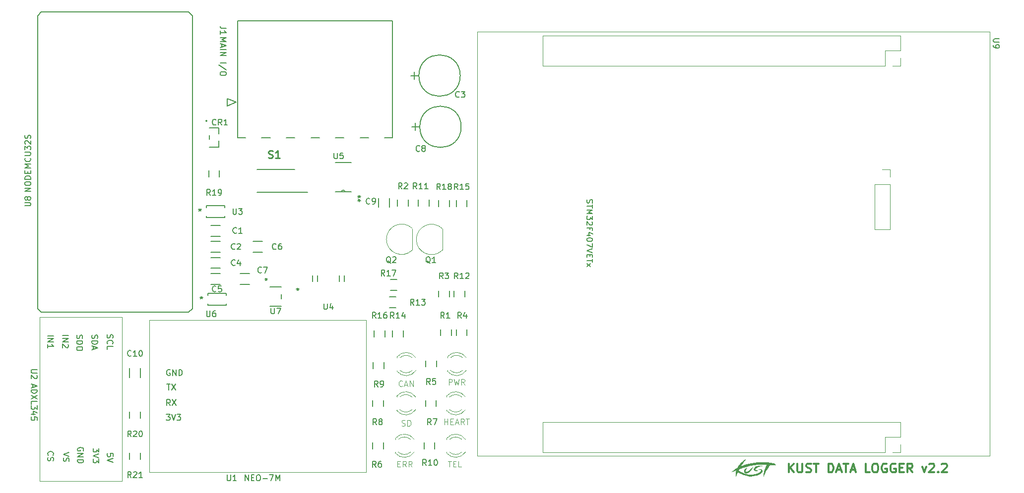
<source format=gbr>
%TF.GenerationSoftware,KiCad,Pcbnew,8.0.0-rc1*%
%TF.CreationDate,2024-05-26T19:18:52+09:00*%
%TF.ProjectId,KDL,4b444c2e-6b69-4636-9164-5f7063625858,rev?*%
%TF.SameCoordinates,PX2a88ac0PY77c8bf0*%
%TF.FileFunction,Legend,Top*%
%TF.FilePolarity,Positive*%
%FSLAX46Y46*%
G04 Gerber Fmt 4.6, Leading zero omitted, Abs format (unit mm)*
G04 Created by KiCad (PCBNEW 8.0.0-rc1) date 2024-05-26 19:18:52*
%MOMM*%
%LPD*%
G01*
G04 APERTURE LIST*
%ADD10C,0.300000*%
%ADD11C,0.100000*%
%ADD12C,0.150000*%
%ADD13C,0.254000*%
%ADD14C,0.152400*%
%ADD15C,0.120000*%
%ADD16C,0.203200*%
%ADD17C,0.127000*%
%ADD18C,0.200000*%
%ADD19C,0.000000*%
G04 APERTURE END LIST*
D10*
X132704510Y2299172D02*
X132704510Y3799172D01*
X133561653Y2299172D02*
X132918796Y3156315D01*
X133561653Y3799172D02*
X132704510Y2942029D01*
X134204510Y3799172D02*
X134204510Y2584886D01*
X134204510Y2584886D02*
X134275939Y2442029D01*
X134275939Y2442029D02*
X134347368Y2370600D01*
X134347368Y2370600D02*
X134490225Y2299172D01*
X134490225Y2299172D02*
X134775939Y2299172D01*
X134775939Y2299172D02*
X134918796Y2370600D01*
X134918796Y2370600D02*
X134990225Y2442029D01*
X134990225Y2442029D02*
X135061653Y2584886D01*
X135061653Y2584886D02*
X135061653Y3799172D01*
X135704511Y2370600D02*
X135918797Y2299172D01*
X135918797Y2299172D02*
X136275939Y2299172D01*
X136275939Y2299172D02*
X136418797Y2370600D01*
X136418797Y2370600D02*
X136490225Y2442029D01*
X136490225Y2442029D02*
X136561654Y2584886D01*
X136561654Y2584886D02*
X136561654Y2727743D01*
X136561654Y2727743D02*
X136490225Y2870600D01*
X136490225Y2870600D02*
X136418797Y2942029D01*
X136418797Y2942029D02*
X136275939Y3013458D01*
X136275939Y3013458D02*
X135990225Y3084886D01*
X135990225Y3084886D02*
X135847368Y3156315D01*
X135847368Y3156315D02*
X135775939Y3227743D01*
X135775939Y3227743D02*
X135704511Y3370600D01*
X135704511Y3370600D02*
X135704511Y3513458D01*
X135704511Y3513458D02*
X135775939Y3656315D01*
X135775939Y3656315D02*
X135847368Y3727743D01*
X135847368Y3727743D02*
X135990225Y3799172D01*
X135990225Y3799172D02*
X136347368Y3799172D01*
X136347368Y3799172D02*
X136561654Y3727743D01*
X136990225Y3799172D02*
X137847368Y3799172D01*
X137418796Y2299172D02*
X137418796Y3799172D01*
X139490224Y2299172D02*
X139490224Y3799172D01*
X139490224Y3799172D02*
X139847367Y3799172D01*
X139847367Y3799172D02*
X140061653Y3727743D01*
X140061653Y3727743D02*
X140204510Y3584886D01*
X140204510Y3584886D02*
X140275939Y3442029D01*
X140275939Y3442029D02*
X140347367Y3156315D01*
X140347367Y3156315D02*
X140347367Y2942029D01*
X140347367Y2942029D02*
X140275939Y2656315D01*
X140275939Y2656315D02*
X140204510Y2513458D01*
X140204510Y2513458D02*
X140061653Y2370600D01*
X140061653Y2370600D02*
X139847367Y2299172D01*
X139847367Y2299172D02*
X139490224Y2299172D01*
X140918796Y2727743D02*
X141633082Y2727743D01*
X140775939Y2299172D02*
X141275939Y3799172D01*
X141275939Y3799172D02*
X141775939Y2299172D01*
X142061653Y3799172D02*
X142918796Y3799172D01*
X142490224Y2299172D02*
X142490224Y3799172D01*
X143347367Y2727743D02*
X144061653Y2727743D01*
X143204510Y2299172D02*
X143704510Y3799172D01*
X143704510Y3799172D02*
X144204510Y2299172D01*
X146561652Y2299172D02*
X145847366Y2299172D01*
X145847366Y2299172D02*
X145847366Y3799172D01*
X147347367Y3799172D02*
X147633081Y3799172D01*
X147633081Y3799172D02*
X147775938Y3727743D01*
X147775938Y3727743D02*
X147918795Y3584886D01*
X147918795Y3584886D02*
X147990224Y3299172D01*
X147990224Y3299172D02*
X147990224Y2799172D01*
X147990224Y2799172D02*
X147918795Y2513458D01*
X147918795Y2513458D02*
X147775938Y2370600D01*
X147775938Y2370600D02*
X147633081Y2299172D01*
X147633081Y2299172D02*
X147347367Y2299172D01*
X147347367Y2299172D02*
X147204510Y2370600D01*
X147204510Y2370600D02*
X147061652Y2513458D01*
X147061652Y2513458D02*
X146990224Y2799172D01*
X146990224Y2799172D02*
X146990224Y3299172D01*
X146990224Y3299172D02*
X147061652Y3584886D01*
X147061652Y3584886D02*
X147204510Y3727743D01*
X147204510Y3727743D02*
X147347367Y3799172D01*
X149418796Y3727743D02*
X149275939Y3799172D01*
X149275939Y3799172D02*
X149061653Y3799172D01*
X149061653Y3799172D02*
X148847367Y3727743D01*
X148847367Y3727743D02*
X148704510Y3584886D01*
X148704510Y3584886D02*
X148633081Y3442029D01*
X148633081Y3442029D02*
X148561653Y3156315D01*
X148561653Y3156315D02*
X148561653Y2942029D01*
X148561653Y2942029D02*
X148633081Y2656315D01*
X148633081Y2656315D02*
X148704510Y2513458D01*
X148704510Y2513458D02*
X148847367Y2370600D01*
X148847367Y2370600D02*
X149061653Y2299172D01*
X149061653Y2299172D02*
X149204510Y2299172D01*
X149204510Y2299172D02*
X149418796Y2370600D01*
X149418796Y2370600D02*
X149490224Y2442029D01*
X149490224Y2442029D02*
X149490224Y2942029D01*
X149490224Y2942029D02*
X149204510Y2942029D01*
X150918796Y3727743D02*
X150775939Y3799172D01*
X150775939Y3799172D02*
X150561653Y3799172D01*
X150561653Y3799172D02*
X150347367Y3727743D01*
X150347367Y3727743D02*
X150204510Y3584886D01*
X150204510Y3584886D02*
X150133081Y3442029D01*
X150133081Y3442029D02*
X150061653Y3156315D01*
X150061653Y3156315D02*
X150061653Y2942029D01*
X150061653Y2942029D02*
X150133081Y2656315D01*
X150133081Y2656315D02*
X150204510Y2513458D01*
X150204510Y2513458D02*
X150347367Y2370600D01*
X150347367Y2370600D02*
X150561653Y2299172D01*
X150561653Y2299172D02*
X150704510Y2299172D01*
X150704510Y2299172D02*
X150918796Y2370600D01*
X150918796Y2370600D02*
X150990224Y2442029D01*
X150990224Y2442029D02*
X150990224Y2942029D01*
X150990224Y2942029D02*
X150704510Y2942029D01*
X151633081Y3084886D02*
X152133081Y3084886D01*
X152347367Y2299172D02*
X151633081Y2299172D01*
X151633081Y2299172D02*
X151633081Y3799172D01*
X151633081Y3799172D02*
X152347367Y3799172D01*
X153847367Y2299172D02*
X153347367Y3013458D01*
X152990224Y2299172D02*
X152990224Y3799172D01*
X152990224Y3799172D02*
X153561653Y3799172D01*
X153561653Y3799172D02*
X153704510Y3727743D01*
X153704510Y3727743D02*
X153775939Y3656315D01*
X153775939Y3656315D02*
X153847367Y3513458D01*
X153847367Y3513458D02*
X153847367Y3299172D01*
X153847367Y3299172D02*
X153775939Y3156315D01*
X153775939Y3156315D02*
X153704510Y3084886D01*
X153704510Y3084886D02*
X153561653Y3013458D01*
X153561653Y3013458D02*
X152990224Y3013458D01*
X155490224Y3299172D02*
X155847367Y2299172D01*
X155847367Y2299172D02*
X156204510Y3299172D01*
X156704510Y3656315D02*
X156775938Y3727743D01*
X156775938Y3727743D02*
X156918796Y3799172D01*
X156918796Y3799172D02*
X157275938Y3799172D01*
X157275938Y3799172D02*
X157418796Y3727743D01*
X157418796Y3727743D02*
X157490224Y3656315D01*
X157490224Y3656315D02*
X157561653Y3513458D01*
X157561653Y3513458D02*
X157561653Y3370600D01*
X157561653Y3370600D02*
X157490224Y3156315D01*
X157490224Y3156315D02*
X156633081Y2299172D01*
X156633081Y2299172D02*
X157561653Y2299172D01*
X158204509Y2442029D02*
X158275938Y2370600D01*
X158275938Y2370600D02*
X158204509Y2299172D01*
X158204509Y2299172D02*
X158133081Y2370600D01*
X158133081Y2370600D02*
X158204509Y2442029D01*
X158204509Y2442029D02*
X158204509Y2299172D01*
X158847367Y3656315D02*
X158918795Y3727743D01*
X158918795Y3727743D02*
X159061653Y3799172D01*
X159061653Y3799172D02*
X159418795Y3799172D01*
X159418795Y3799172D02*
X159561653Y3727743D01*
X159561653Y3727743D02*
X159633081Y3656315D01*
X159633081Y3656315D02*
X159704510Y3513458D01*
X159704510Y3513458D02*
X159704510Y3370600D01*
X159704510Y3370600D02*
X159633081Y3156315D01*
X159633081Y3156315D02*
X158775938Y2299172D01*
X158775938Y2299172D02*
X159704510Y2299172D01*
D11*
X66656265Y10275200D02*
X66799122Y10227581D01*
X66799122Y10227581D02*
X67037217Y10227581D01*
X67037217Y10227581D02*
X67132455Y10275200D01*
X67132455Y10275200D02*
X67180074Y10322820D01*
X67180074Y10322820D02*
X67227693Y10418058D01*
X67227693Y10418058D02*
X67227693Y10513296D01*
X67227693Y10513296D02*
X67180074Y10608534D01*
X67180074Y10608534D02*
X67132455Y10656153D01*
X67132455Y10656153D02*
X67037217Y10703772D01*
X67037217Y10703772D02*
X66846741Y10751391D01*
X66846741Y10751391D02*
X66751503Y10799010D01*
X66751503Y10799010D02*
X66703884Y10846629D01*
X66703884Y10846629D02*
X66656265Y10941867D01*
X66656265Y10941867D02*
X66656265Y11037105D01*
X66656265Y11037105D02*
X66703884Y11132343D01*
X66703884Y11132343D02*
X66751503Y11179962D01*
X66751503Y11179962D02*
X66846741Y11227581D01*
X66846741Y11227581D02*
X67084836Y11227581D01*
X67084836Y11227581D02*
X67227693Y11179962D01*
X67656265Y10227581D02*
X67656265Y11227581D01*
X67656265Y11227581D02*
X67894360Y11227581D01*
X67894360Y11227581D02*
X68037217Y11179962D01*
X68037217Y11179962D02*
X68132455Y11084724D01*
X68132455Y11084724D02*
X68180074Y10989486D01*
X68180074Y10989486D02*
X68227693Y10799010D01*
X68227693Y10799010D02*
X68227693Y10656153D01*
X68227693Y10656153D02*
X68180074Y10465677D01*
X68180074Y10465677D02*
X68132455Y10370439D01*
X68132455Y10370439D02*
X68037217Y10275200D01*
X68037217Y10275200D02*
X67894360Y10227581D01*
X67894360Y10227581D02*
X67656265Y10227581D01*
X65953884Y3751391D02*
X66287217Y3751391D01*
X66430074Y3227581D02*
X65953884Y3227581D01*
X65953884Y3227581D02*
X65953884Y4227581D01*
X65953884Y4227581D02*
X66430074Y4227581D01*
X67430074Y3227581D02*
X67096741Y3703772D01*
X66858646Y3227581D02*
X66858646Y4227581D01*
X66858646Y4227581D02*
X67239598Y4227581D01*
X67239598Y4227581D02*
X67334836Y4179962D01*
X67334836Y4179962D02*
X67382455Y4132343D01*
X67382455Y4132343D02*
X67430074Y4037105D01*
X67430074Y4037105D02*
X67430074Y3894248D01*
X67430074Y3894248D02*
X67382455Y3799010D01*
X67382455Y3799010D02*
X67334836Y3751391D01*
X67334836Y3751391D02*
X67239598Y3703772D01*
X67239598Y3703772D02*
X66858646Y3703772D01*
X68430074Y3227581D02*
X68096741Y3703772D01*
X67858646Y3227581D02*
X67858646Y4227581D01*
X67858646Y4227581D02*
X68239598Y4227581D01*
X68239598Y4227581D02*
X68334836Y4179962D01*
X68334836Y4179962D02*
X68382455Y4132343D01*
X68382455Y4132343D02*
X68430074Y4037105D01*
X68430074Y4037105D02*
X68430074Y3894248D01*
X68430074Y3894248D02*
X68382455Y3799010D01*
X68382455Y3799010D02*
X68334836Y3751391D01*
X68334836Y3751391D02*
X68239598Y3703772D01*
X68239598Y3703772D02*
X67858646Y3703772D01*
X74703884Y17227581D02*
X74703884Y18227581D01*
X74703884Y18227581D02*
X75084836Y18227581D01*
X75084836Y18227581D02*
X75180074Y18179962D01*
X75180074Y18179962D02*
X75227693Y18132343D01*
X75227693Y18132343D02*
X75275312Y18037105D01*
X75275312Y18037105D02*
X75275312Y17894248D01*
X75275312Y17894248D02*
X75227693Y17799010D01*
X75227693Y17799010D02*
X75180074Y17751391D01*
X75180074Y17751391D02*
X75084836Y17703772D01*
X75084836Y17703772D02*
X74703884Y17703772D01*
X75608646Y18227581D02*
X75846741Y17227581D01*
X75846741Y17227581D02*
X76037217Y17941867D01*
X76037217Y17941867D02*
X76227693Y17227581D01*
X76227693Y17227581D02*
X76465789Y18227581D01*
X77418169Y17227581D02*
X77084836Y17703772D01*
X76846741Y17227581D02*
X76846741Y18227581D01*
X76846741Y18227581D02*
X77227693Y18227581D01*
X77227693Y18227581D02*
X77322931Y18179962D01*
X77322931Y18179962D02*
X77370550Y18132343D01*
X77370550Y18132343D02*
X77418169Y18037105D01*
X77418169Y18037105D02*
X77418169Y17894248D01*
X77418169Y17894248D02*
X77370550Y17799010D01*
X77370550Y17799010D02*
X77322931Y17751391D01*
X77322931Y17751391D02*
X77227693Y17703772D01*
X77227693Y17703772D02*
X76846741Y17703772D01*
X66775312Y17072820D02*
X66727693Y17025200D01*
X66727693Y17025200D02*
X66584836Y16977581D01*
X66584836Y16977581D02*
X66489598Y16977581D01*
X66489598Y16977581D02*
X66346741Y17025200D01*
X66346741Y17025200D02*
X66251503Y17120439D01*
X66251503Y17120439D02*
X66203884Y17215677D01*
X66203884Y17215677D02*
X66156265Y17406153D01*
X66156265Y17406153D02*
X66156265Y17549010D01*
X66156265Y17549010D02*
X66203884Y17739486D01*
X66203884Y17739486D02*
X66251503Y17834724D01*
X66251503Y17834724D02*
X66346741Y17929962D01*
X66346741Y17929962D02*
X66489598Y17977581D01*
X66489598Y17977581D02*
X66584836Y17977581D01*
X66584836Y17977581D02*
X66727693Y17929962D01*
X66727693Y17929962D02*
X66775312Y17882343D01*
X67156265Y17263296D02*
X67632455Y17263296D01*
X67061027Y16977581D02*
X67394360Y17977581D01*
X67394360Y17977581D02*
X67727693Y16977581D01*
X68061027Y16977581D02*
X68061027Y17977581D01*
X68061027Y17977581D02*
X68632455Y16977581D01*
X68632455Y16977581D02*
X68632455Y17977581D01*
X74561027Y4227581D02*
X75132455Y4227581D01*
X74846741Y3227581D02*
X74846741Y4227581D01*
X75465789Y3751391D02*
X75799122Y3751391D01*
X75941979Y3227581D02*
X75465789Y3227581D01*
X75465789Y3227581D02*
X75465789Y4227581D01*
X75465789Y4227581D02*
X75941979Y4227581D01*
X76846741Y3227581D02*
X76370551Y3227581D01*
X76370551Y3227581D02*
X76370551Y4227581D01*
X73953884Y10477581D02*
X73953884Y11477581D01*
X73953884Y11001391D02*
X74525312Y11001391D01*
X74525312Y10477581D02*
X74525312Y11477581D01*
X75001503Y11001391D02*
X75334836Y11001391D01*
X75477693Y10477581D02*
X75001503Y10477581D01*
X75001503Y10477581D02*
X75001503Y11477581D01*
X75001503Y11477581D02*
X75477693Y11477581D01*
X75858646Y10763296D02*
X76334836Y10763296D01*
X75763408Y10477581D02*
X76096741Y11477581D01*
X76096741Y11477581D02*
X76430074Y10477581D01*
X77334836Y10477581D02*
X77001503Y10953772D01*
X76763408Y10477581D02*
X76763408Y11477581D01*
X76763408Y11477581D02*
X77144360Y11477581D01*
X77144360Y11477581D02*
X77239598Y11429962D01*
X77239598Y11429962D02*
X77287217Y11382343D01*
X77287217Y11382343D02*
X77334836Y11287105D01*
X77334836Y11287105D02*
X77334836Y11144248D01*
X77334836Y11144248D02*
X77287217Y11049010D01*
X77287217Y11049010D02*
X77239598Y11001391D01*
X77239598Y11001391D02*
X77144360Y10953772D01*
X77144360Y10953772D02*
X76763408Y10953772D01*
X77620551Y11477581D02*
X78191979Y11477581D01*
X77906265Y10477581D02*
X77906265Y11477581D01*
D12*
X65357142Y28647981D02*
X65023809Y29124172D01*
X64785714Y28647981D02*
X64785714Y29647981D01*
X64785714Y29647981D02*
X65166666Y29647981D01*
X65166666Y29647981D02*
X65261904Y29600362D01*
X65261904Y29600362D02*
X65309523Y29552743D01*
X65309523Y29552743D02*
X65357142Y29457505D01*
X65357142Y29457505D02*
X65357142Y29314648D01*
X65357142Y29314648D02*
X65309523Y29219410D01*
X65309523Y29219410D02*
X65261904Y29171791D01*
X65261904Y29171791D02*
X65166666Y29124172D01*
X65166666Y29124172D02*
X64785714Y29124172D01*
X66309523Y28647981D02*
X65738095Y28647981D01*
X66023809Y28647981D02*
X66023809Y29647981D01*
X66023809Y29647981D02*
X65928571Y29505124D01*
X65928571Y29505124D02*
X65833333Y29409886D01*
X65833333Y29409886D02*
X65738095Y29362267D01*
X67166666Y29314648D02*
X67166666Y28647981D01*
X66928571Y29695600D02*
X66690476Y28981315D01*
X66690476Y28981315D02*
X67309523Y28981315D01*
X55138095Y56895181D02*
X55138095Y56085658D01*
X55138095Y56085658D02*
X55185714Y55990420D01*
X55185714Y55990420D02*
X55233333Y55942800D01*
X55233333Y55942800D02*
X55328571Y55895181D01*
X55328571Y55895181D02*
X55519047Y55895181D01*
X55519047Y55895181D02*
X55614285Y55942800D01*
X55614285Y55942800D02*
X55661904Y55990420D01*
X55661904Y55990420D02*
X55709523Y56085658D01*
X55709523Y56085658D02*
X55709523Y56895181D01*
X56661904Y56895181D02*
X56185714Y56895181D01*
X56185714Y56895181D02*
X56138095Y56418991D01*
X56138095Y56418991D02*
X56185714Y56466610D01*
X56185714Y56466610D02*
X56280952Y56514229D01*
X56280952Y56514229D02*
X56519047Y56514229D01*
X56519047Y56514229D02*
X56614285Y56466610D01*
X56614285Y56466610D02*
X56661904Y56418991D01*
X56661904Y56418991D02*
X56709523Y56323753D01*
X56709523Y56323753D02*
X56709523Y56085658D01*
X56709523Y56085658D02*
X56661904Y55990420D01*
X56661904Y55990420D02*
X56614285Y55942800D01*
X56614285Y55942800D02*
X56519047Y55895181D01*
X56519047Y55895181D02*
X56280952Y55895181D01*
X56280952Y55895181D02*
X56185714Y55942800D01*
X56185714Y55942800D02*
X56138095Y55990420D01*
X59403999Y48565820D02*
X59403999Y48803915D01*
X59642094Y48708677D02*
X59403999Y48803915D01*
X59403999Y48803915D02*
X59165904Y48708677D01*
X59546856Y48994391D02*
X59403999Y48803915D01*
X59403999Y48803915D02*
X59261142Y48994391D01*
X59404000Y49656181D02*
X59404000Y49418086D01*
X59165905Y49513324D02*
X59404000Y49418086D01*
X59404000Y49418086D02*
X59642095Y49513324D01*
X59261143Y49227610D02*
X59404000Y49418086D01*
X59404000Y49418086D02*
X59546857Y49227610D01*
X36888095Y1870981D02*
X36888095Y1061458D01*
X36888095Y1061458D02*
X36935714Y966220D01*
X36935714Y966220D02*
X36983333Y918600D01*
X36983333Y918600D02*
X37078571Y870981D01*
X37078571Y870981D02*
X37269047Y870981D01*
X37269047Y870981D02*
X37364285Y918600D01*
X37364285Y918600D02*
X37411904Y966220D01*
X37411904Y966220D02*
X37459523Y1061458D01*
X37459523Y1061458D02*
X37459523Y1870981D01*
X38459523Y870981D02*
X37888095Y870981D01*
X38173809Y870981D02*
X38173809Y1870981D01*
X38173809Y1870981D02*
X38078571Y1728124D01*
X38078571Y1728124D02*
X37983333Y1632886D01*
X37983333Y1632886D02*
X37888095Y1585267D01*
X39971429Y870981D02*
X39971429Y1870981D01*
X39971429Y1870981D02*
X40542857Y870981D01*
X40542857Y870981D02*
X40542857Y1870981D01*
X41019048Y1394791D02*
X41352381Y1394791D01*
X41495238Y870981D02*
X41019048Y870981D01*
X41019048Y870981D02*
X41019048Y1870981D01*
X41019048Y1870981D02*
X41495238Y1870981D01*
X42114286Y1870981D02*
X42304762Y1870981D01*
X42304762Y1870981D02*
X42400000Y1823362D01*
X42400000Y1823362D02*
X42495238Y1728124D01*
X42495238Y1728124D02*
X42542857Y1537648D01*
X42542857Y1537648D02*
X42542857Y1204315D01*
X42542857Y1204315D02*
X42495238Y1013839D01*
X42495238Y1013839D02*
X42400000Y918600D01*
X42400000Y918600D02*
X42304762Y870981D01*
X42304762Y870981D02*
X42114286Y870981D01*
X42114286Y870981D02*
X42019048Y918600D01*
X42019048Y918600D02*
X41923810Y1013839D01*
X41923810Y1013839D02*
X41876191Y1204315D01*
X41876191Y1204315D02*
X41876191Y1537648D01*
X41876191Y1537648D02*
X41923810Y1728124D01*
X41923810Y1728124D02*
X42019048Y1823362D01*
X42019048Y1823362D02*
X42114286Y1870981D01*
X42971429Y1251934D02*
X43733334Y1251934D01*
X44114286Y1870981D02*
X44780952Y1870981D01*
X44780952Y1870981D02*
X44352381Y870981D01*
X45161905Y870981D02*
X45161905Y1870981D01*
X45161905Y1870981D02*
X45495238Y1156696D01*
X45495238Y1156696D02*
X45828571Y1870981D01*
X45828571Y1870981D02*
X45828571Y870981D01*
X26583922Y17393781D02*
X27155350Y17393781D01*
X26869636Y16393781D02*
X26869636Y17393781D01*
X27393446Y17393781D02*
X28060112Y16393781D01*
X28060112Y17393781D02*
X27393446Y16393781D01*
X26504541Y12194381D02*
X27123588Y12194381D01*
X27123588Y12194381D02*
X26790255Y11813429D01*
X26790255Y11813429D02*
X26933112Y11813429D01*
X26933112Y11813429D02*
X27028350Y11765810D01*
X27028350Y11765810D02*
X27075969Y11718191D01*
X27075969Y11718191D02*
X27123588Y11622953D01*
X27123588Y11622953D02*
X27123588Y11384858D01*
X27123588Y11384858D02*
X27075969Y11289620D01*
X27075969Y11289620D02*
X27028350Y11242000D01*
X27028350Y11242000D02*
X26933112Y11194381D01*
X26933112Y11194381D02*
X26647398Y11194381D01*
X26647398Y11194381D02*
X26552160Y11242000D01*
X26552160Y11242000D02*
X26504541Y11289620D01*
X27409303Y12194381D02*
X27742636Y11194381D01*
X27742636Y11194381D02*
X28075969Y12194381D01*
X28314065Y12194381D02*
X28933112Y12194381D01*
X28933112Y12194381D02*
X28599779Y11813429D01*
X28599779Y11813429D02*
X28742636Y11813429D01*
X28742636Y11813429D02*
X28837874Y11765810D01*
X28837874Y11765810D02*
X28885493Y11718191D01*
X28885493Y11718191D02*
X28933112Y11622953D01*
X28933112Y11622953D02*
X28933112Y11384858D01*
X28933112Y11384858D02*
X28885493Y11289620D01*
X28885493Y11289620D02*
X28837874Y11242000D01*
X28837874Y11242000D02*
X28742636Y11194381D01*
X28742636Y11194381D02*
X28456922Y11194381D01*
X28456922Y11194381D02*
X28361684Y11242000D01*
X28361684Y11242000D02*
X28314065Y11289620D01*
X27171207Y13734381D02*
X26837874Y14210572D01*
X26599779Y13734381D02*
X26599779Y14734381D01*
X26599779Y14734381D02*
X26980731Y14734381D01*
X26980731Y14734381D02*
X27075969Y14686762D01*
X27075969Y14686762D02*
X27123588Y14639143D01*
X27123588Y14639143D02*
X27171207Y14543905D01*
X27171207Y14543905D02*
X27171207Y14401048D01*
X27171207Y14401048D02*
X27123588Y14305810D01*
X27123588Y14305810D02*
X27075969Y14258191D01*
X27075969Y14258191D02*
X26980731Y14210572D01*
X26980731Y14210572D02*
X26599779Y14210572D01*
X27504541Y14734381D02*
X28171207Y13734381D01*
X28171207Y14734381D02*
X27504541Y13734381D01*
X27123588Y19817562D02*
X27028350Y19865181D01*
X27028350Y19865181D02*
X26885493Y19865181D01*
X26885493Y19865181D02*
X26742636Y19817562D01*
X26742636Y19817562D02*
X26647398Y19722324D01*
X26647398Y19722324D02*
X26599779Y19627086D01*
X26599779Y19627086D02*
X26552160Y19436610D01*
X26552160Y19436610D02*
X26552160Y19293753D01*
X26552160Y19293753D02*
X26599779Y19103277D01*
X26599779Y19103277D02*
X26647398Y19008039D01*
X26647398Y19008039D02*
X26742636Y18912800D01*
X26742636Y18912800D02*
X26885493Y18865181D01*
X26885493Y18865181D02*
X26980731Y18865181D01*
X26980731Y18865181D02*
X27123588Y18912800D01*
X27123588Y18912800D02*
X27171207Y18960420D01*
X27171207Y18960420D02*
X27171207Y19293753D01*
X27171207Y19293753D02*
X26980731Y19293753D01*
X27599779Y18865181D02*
X27599779Y19865181D01*
X27599779Y19865181D02*
X28171207Y18865181D01*
X28171207Y18865181D02*
X28171207Y19865181D01*
X28647398Y18865181D02*
X28647398Y19865181D01*
X28647398Y19865181D02*
X28885493Y19865181D01*
X28885493Y19865181D02*
X29028350Y19817562D01*
X29028350Y19817562D02*
X29123588Y19722324D01*
X29123588Y19722324D02*
X29171207Y19627086D01*
X29171207Y19627086D02*
X29218826Y19436610D01*
X29218826Y19436610D02*
X29218826Y19293753D01*
X29218826Y19293753D02*
X29171207Y19103277D01*
X29171207Y19103277D02*
X29123588Y19008039D01*
X29123588Y19008039D02*
X29028350Y18912800D01*
X29028350Y18912800D02*
X28885493Y18865181D01*
X28885493Y18865181D02*
X28647398Y18865181D01*
X34007142Y49645181D02*
X33673809Y50121372D01*
X33435714Y49645181D02*
X33435714Y50645181D01*
X33435714Y50645181D02*
X33816666Y50645181D01*
X33816666Y50645181D02*
X33911904Y50597562D01*
X33911904Y50597562D02*
X33959523Y50549943D01*
X33959523Y50549943D02*
X34007142Y50454705D01*
X34007142Y50454705D02*
X34007142Y50311848D01*
X34007142Y50311848D02*
X33959523Y50216610D01*
X33959523Y50216610D02*
X33911904Y50168991D01*
X33911904Y50168991D02*
X33816666Y50121372D01*
X33816666Y50121372D02*
X33435714Y50121372D01*
X34959523Y49645181D02*
X34388095Y49645181D01*
X34673809Y49645181D02*
X34673809Y50645181D01*
X34673809Y50645181D02*
X34578571Y50502324D01*
X34578571Y50502324D02*
X34483333Y50407086D01*
X34483333Y50407086D02*
X34388095Y50359467D01*
X35435714Y49645181D02*
X35626190Y49645181D01*
X35626190Y49645181D02*
X35721428Y49692800D01*
X35721428Y49692800D02*
X35769047Y49740420D01*
X35769047Y49740420D02*
X35864285Y49883277D01*
X35864285Y49883277D02*
X35911904Y50073753D01*
X35911904Y50073753D02*
X35911904Y50454705D01*
X35911904Y50454705D02*
X35864285Y50549943D01*
X35864285Y50549943D02*
X35816666Y50597562D01*
X35816666Y50597562D02*
X35721428Y50645181D01*
X35721428Y50645181D02*
X35530952Y50645181D01*
X35530952Y50645181D02*
X35435714Y50597562D01*
X35435714Y50597562D02*
X35388095Y50549943D01*
X35388095Y50549943D02*
X35340476Y50454705D01*
X35340476Y50454705D02*
X35340476Y50216610D01*
X35340476Y50216610D02*
X35388095Y50121372D01*
X35388095Y50121372D02*
X35435714Y50073753D01*
X35435714Y50073753D02*
X35530952Y50026134D01*
X35530952Y50026134D02*
X35721428Y50026134D01*
X35721428Y50026134D02*
X35816666Y50073753D01*
X35816666Y50073753D02*
X35864285Y50121372D01*
X35864285Y50121372D02*
X35911904Y50216610D01*
X73733333Y35395181D02*
X73400000Y35871372D01*
X73161905Y35395181D02*
X73161905Y36395181D01*
X73161905Y36395181D02*
X73542857Y36395181D01*
X73542857Y36395181D02*
X73638095Y36347562D01*
X73638095Y36347562D02*
X73685714Y36299943D01*
X73685714Y36299943D02*
X73733333Y36204705D01*
X73733333Y36204705D02*
X73733333Y36061848D01*
X73733333Y36061848D02*
X73685714Y35966610D01*
X73685714Y35966610D02*
X73638095Y35918991D01*
X73638095Y35918991D02*
X73542857Y35871372D01*
X73542857Y35871372D02*
X73161905Y35871372D01*
X74066667Y36395181D02*
X74685714Y36395181D01*
X74685714Y36395181D02*
X74352381Y36014229D01*
X74352381Y36014229D02*
X74495238Y36014229D01*
X74495238Y36014229D02*
X74590476Y35966610D01*
X74590476Y35966610D02*
X74638095Y35918991D01*
X74638095Y35918991D02*
X74685714Y35823753D01*
X74685714Y35823753D02*
X74685714Y35585658D01*
X74685714Y35585658D02*
X74638095Y35490420D01*
X74638095Y35490420D02*
X74590476Y35442800D01*
X74590476Y35442800D02*
X74495238Y35395181D01*
X74495238Y35395181D02*
X74209524Y35395181D01*
X74209524Y35395181D02*
X74114286Y35442800D01*
X74114286Y35442800D02*
X74066667Y35490420D01*
X2354819Y47838096D02*
X3164342Y47838096D01*
X3164342Y47838096D02*
X3259580Y47885715D01*
X3259580Y47885715D02*
X3307200Y47933334D01*
X3307200Y47933334D02*
X3354819Y48028572D01*
X3354819Y48028572D02*
X3354819Y48219048D01*
X3354819Y48219048D02*
X3307200Y48314286D01*
X3307200Y48314286D02*
X3259580Y48361905D01*
X3259580Y48361905D02*
X3164342Y48409524D01*
X3164342Y48409524D02*
X2354819Y48409524D01*
X2783390Y49028572D02*
X2735771Y48933334D01*
X2735771Y48933334D02*
X2688152Y48885715D01*
X2688152Y48885715D02*
X2592914Y48838096D01*
X2592914Y48838096D02*
X2545295Y48838096D01*
X2545295Y48838096D02*
X2450057Y48885715D01*
X2450057Y48885715D02*
X2402438Y48933334D01*
X2402438Y48933334D02*
X2354819Y49028572D01*
X2354819Y49028572D02*
X2354819Y49219048D01*
X2354819Y49219048D02*
X2402438Y49314286D01*
X2402438Y49314286D02*
X2450057Y49361905D01*
X2450057Y49361905D02*
X2545295Y49409524D01*
X2545295Y49409524D02*
X2592914Y49409524D01*
X2592914Y49409524D02*
X2688152Y49361905D01*
X2688152Y49361905D02*
X2735771Y49314286D01*
X2735771Y49314286D02*
X2783390Y49219048D01*
X2783390Y49219048D02*
X2783390Y49028572D01*
X2783390Y49028572D02*
X2831009Y48933334D01*
X2831009Y48933334D02*
X2878628Y48885715D01*
X2878628Y48885715D02*
X2973866Y48838096D01*
X2973866Y48838096D02*
X3164342Y48838096D01*
X3164342Y48838096D02*
X3259580Y48885715D01*
X3259580Y48885715D02*
X3307200Y48933334D01*
X3307200Y48933334D02*
X3354819Y49028572D01*
X3354819Y49028572D02*
X3354819Y49219048D01*
X3354819Y49219048D02*
X3307200Y49314286D01*
X3307200Y49314286D02*
X3259580Y49361905D01*
X3259580Y49361905D02*
X3164342Y49409524D01*
X3164342Y49409524D02*
X2973866Y49409524D01*
X2973866Y49409524D02*
X2878628Y49361905D01*
X2878628Y49361905D02*
X2831009Y49314286D01*
X2831009Y49314286D02*
X2783390Y49219048D01*
X3354819Y50314287D02*
X2354819Y50314287D01*
X2354819Y50314287D02*
X3354819Y50885715D01*
X3354819Y50885715D02*
X2354819Y50885715D01*
X2354819Y51552382D02*
X2354819Y51742858D01*
X2354819Y51742858D02*
X2402438Y51838096D01*
X2402438Y51838096D02*
X2497676Y51933334D01*
X2497676Y51933334D02*
X2688152Y51980953D01*
X2688152Y51980953D02*
X3021485Y51980953D01*
X3021485Y51980953D02*
X3211961Y51933334D01*
X3211961Y51933334D02*
X3307200Y51838096D01*
X3307200Y51838096D02*
X3354819Y51742858D01*
X3354819Y51742858D02*
X3354819Y51552382D01*
X3354819Y51552382D02*
X3307200Y51457144D01*
X3307200Y51457144D02*
X3211961Y51361906D01*
X3211961Y51361906D02*
X3021485Y51314287D01*
X3021485Y51314287D02*
X2688152Y51314287D01*
X2688152Y51314287D02*
X2497676Y51361906D01*
X2497676Y51361906D02*
X2402438Y51457144D01*
X2402438Y51457144D02*
X2354819Y51552382D01*
X3354819Y52409525D02*
X2354819Y52409525D01*
X2354819Y52409525D02*
X2354819Y52647620D01*
X2354819Y52647620D02*
X2402438Y52790477D01*
X2402438Y52790477D02*
X2497676Y52885715D01*
X2497676Y52885715D02*
X2592914Y52933334D01*
X2592914Y52933334D02*
X2783390Y52980953D01*
X2783390Y52980953D02*
X2926247Y52980953D01*
X2926247Y52980953D02*
X3116723Y52933334D01*
X3116723Y52933334D02*
X3211961Y52885715D01*
X3211961Y52885715D02*
X3307200Y52790477D01*
X3307200Y52790477D02*
X3354819Y52647620D01*
X3354819Y52647620D02*
X3354819Y52409525D01*
X2831009Y53409525D02*
X2831009Y53742858D01*
X3354819Y53885715D02*
X3354819Y53409525D01*
X3354819Y53409525D02*
X2354819Y53409525D01*
X2354819Y53409525D02*
X2354819Y53885715D01*
X3354819Y54314287D02*
X2354819Y54314287D01*
X2354819Y54314287D02*
X3069104Y54647620D01*
X3069104Y54647620D02*
X2354819Y54980953D01*
X2354819Y54980953D02*
X3354819Y54980953D01*
X3259580Y56028572D02*
X3307200Y55980953D01*
X3307200Y55980953D02*
X3354819Y55838096D01*
X3354819Y55838096D02*
X3354819Y55742858D01*
X3354819Y55742858D02*
X3307200Y55600001D01*
X3307200Y55600001D02*
X3211961Y55504763D01*
X3211961Y55504763D02*
X3116723Y55457144D01*
X3116723Y55457144D02*
X2926247Y55409525D01*
X2926247Y55409525D02*
X2783390Y55409525D01*
X2783390Y55409525D02*
X2592914Y55457144D01*
X2592914Y55457144D02*
X2497676Y55504763D01*
X2497676Y55504763D02*
X2402438Y55600001D01*
X2402438Y55600001D02*
X2354819Y55742858D01*
X2354819Y55742858D02*
X2354819Y55838096D01*
X2354819Y55838096D02*
X2402438Y55980953D01*
X2402438Y55980953D02*
X2450057Y56028572D01*
X2354819Y56457144D02*
X3164342Y56457144D01*
X3164342Y56457144D02*
X3259580Y56504763D01*
X3259580Y56504763D02*
X3307200Y56552382D01*
X3307200Y56552382D02*
X3354819Y56647620D01*
X3354819Y56647620D02*
X3354819Y56838096D01*
X3354819Y56838096D02*
X3307200Y56933334D01*
X3307200Y56933334D02*
X3259580Y56980953D01*
X3259580Y56980953D02*
X3164342Y57028572D01*
X3164342Y57028572D02*
X2354819Y57028572D01*
X2354819Y57409525D02*
X2354819Y58028572D01*
X2354819Y58028572D02*
X2735771Y57695239D01*
X2735771Y57695239D02*
X2735771Y57838096D01*
X2735771Y57838096D02*
X2783390Y57933334D01*
X2783390Y57933334D02*
X2831009Y57980953D01*
X2831009Y57980953D02*
X2926247Y58028572D01*
X2926247Y58028572D02*
X3164342Y58028572D01*
X3164342Y58028572D02*
X3259580Y57980953D01*
X3259580Y57980953D02*
X3307200Y57933334D01*
X3307200Y57933334D02*
X3354819Y57838096D01*
X3354819Y57838096D02*
X3354819Y57552382D01*
X3354819Y57552382D02*
X3307200Y57457144D01*
X3307200Y57457144D02*
X3259580Y57409525D01*
X2450057Y58409525D02*
X2402438Y58457144D01*
X2402438Y58457144D02*
X2354819Y58552382D01*
X2354819Y58552382D02*
X2354819Y58790477D01*
X2354819Y58790477D02*
X2402438Y58885715D01*
X2402438Y58885715D02*
X2450057Y58933334D01*
X2450057Y58933334D02*
X2545295Y58980953D01*
X2545295Y58980953D02*
X2640533Y58980953D01*
X2640533Y58980953D02*
X2783390Y58933334D01*
X2783390Y58933334D02*
X3354819Y58361906D01*
X3354819Y58361906D02*
X3354819Y58980953D01*
X3307200Y59361906D02*
X3354819Y59504763D01*
X3354819Y59504763D02*
X3354819Y59742858D01*
X3354819Y59742858D02*
X3307200Y59838096D01*
X3307200Y59838096D02*
X3259580Y59885715D01*
X3259580Y59885715D02*
X3164342Y59933334D01*
X3164342Y59933334D02*
X3069104Y59933334D01*
X3069104Y59933334D02*
X2973866Y59885715D01*
X2973866Y59885715D02*
X2926247Y59838096D01*
X2926247Y59838096D02*
X2878628Y59742858D01*
X2878628Y59742858D02*
X2831009Y59552382D01*
X2831009Y59552382D02*
X2783390Y59457144D01*
X2783390Y59457144D02*
X2735771Y59409525D01*
X2735771Y59409525D02*
X2640533Y59361906D01*
X2640533Y59361906D02*
X2545295Y59361906D01*
X2545295Y59361906D02*
X2450057Y59409525D01*
X2450057Y59409525D02*
X2402438Y59457144D01*
X2402438Y59457144D02*
X2354819Y59552382D01*
X2354819Y59552382D02*
X2354819Y59790477D01*
X2354819Y59790477D02*
X2402438Y59933334D01*
X68757142Y30895181D02*
X68423809Y31371372D01*
X68185714Y30895181D02*
X68185714Y31895181D01*
X68185714Y31895181D02*
X68566666Y31895181D01*
X68566666Y31895181D02*
X68661904Y31847562D01*
X68661904Y31847562D02*
X68709523Y31799943D01*
X68709523Y31799943D02*
X68757142Y31704705D01*
X68757142Y31704705D02*
X68757142Y31561848D01*
X68757142Y31561848D02*
X68709523Y31466610D01*
X68709523Y31466610D02*
X68661904Y31418991D01*
X68661904Y31418991D02*
X68566666Y31371372D01*
X68566666Y31371372D02*
X68185714Y31371372D01*
X69709523Y30895181D02*
X69138095Y30895181D01*
X69423809Y30895181D02*
X69423809Y31895181D01*
X69423809Y31895181D02*
X69328571Y31752324D01*
X69328571Y31752324D02*
X69233333Y31657086D01*
X69233333Y31657086D02*
X69138095Y31609467D01*
X70042857Y31895181D02*
X70661904Y31895181D01*
X70661904Y31895181D02*
X70328571Y31514229D01*
X70328571Y31514229D02*
X70471428Y31514229D01*
X70471428Y31514229D02*
X70566666Y31466610D01*
X70566666Y31466610D02*
X70614285Y31418991D01*
X70614285Y31418991D02*
X70661904Y31323753D01*
X70661904Y31323753D02*
X70661904Y31085658D01*
X70661904Y31085658D02*
X70614285Y30990420D01*
X70614285Y30990420D02*
X70566666Y30942800D01*
X70566666Y30942800D02*
X70471428Y30895181D01*
X70471428Y30895181D02*
X70185714Y30895181D01*
X70185714Y30895181D02*
X70090476Y30942800D01*
X70090476Y30942800D02*
X70042857Y30990420D01*
X61233333Y48240420D02*
X61185714Y48192800D01*
X61185714Y48192800D02*
X61042857Y48145181D01*
X61042857Y48145181D02*
X60947619Y48145181D01*
X60947619Y48145181D02*
X60804762Y48192800D01*
X60804762Y48192800D02*
X60709524Y48288039D01*
X60709524Y48288039D02*
X60661905Y48383277D01*
X60661905Y48383277D02*
X60614286Y48573753D01*
X60614286Y48573753D02*
X60614286Y48716610D01*
X60614286Y48716610D02*
X60661905Y48907086D01*
X60661905Y48907086D02*
X60709524Y49002324D01*
X60709524Y49002324D02*
X60804762Y49097562D01*
X60804762Y49097562D02*
X60947619Y49145181D01*
X60947619Y49145181D02*
X61042857Y49145181D01*
X61042857Y49145181D02*
X61185714Y49097562D01*
X61185714Y49097562D02*
X61233333Y49049943D01*
X61709524Y48145181D02*
X61900000Y48145181D01*
X61900000Y48145181D02*
X61995238Y48192800D01*
X61995238Y48192800D02*
X62042857Y48240420D01*
X62042857Y48240420D02*
X62138095Y48383277D01*
X62138095Y48383277D02*
X62185714Y48573753D01*
X62185714Y48573753D02*
X62185714Y48954705D01*
X62185714Y48954705D02*
X62138095Y49049943D01*
X62138095Y49049943D02*
X62090476Y49097562D01*
X62090476Y49097562D02*
X61995238Y49145181D01*
X61995238Y49145181D02*
X61804762Y49145181D01*
X61804762Y49145181D02*
X61709524Y49097562D01*
X61709524Y49097562D02*
X61661905Y49049943D01*
X61661905Y49049943D02*
X61614286Y48954705D01*
X61614286Y48954705D02*
X61614286Y48716610D01*
X61614286Y48716610D02*
X61661905Y48621372D01*
X61661905Y48621372D02*
X61709524Y48573753D01*
X61709524Y48573753D02*
X61804762Y48526134D01*
X61804762Y48526134D02*
X61995238Y48526134D01*
X61995238Y48526134D02*
X62090476Y48573753D01*
X62090476Y48573753D02*
X62138095Y48621372D01*
X62138095Y48621372D02*
X62185714Y48716610D01*
X73257142Y50645181D02*
X72923809Y51121372D01*
X72685714Y50645181D02*
X72685714Y51645181D01*
X72685714Y51645181D02*
X73066666Y51645181D01*
X73066666Y51645181D02*
X73161904Y51597562D01*
X73161904Y51597562D02*
X73209523Y51549943D01*
X73209523Y51549943D02*
X73257142Y51454705D01*
X73257142Y51454705D02*
X73257142Y51311848D01*
X73257142Y51311848D02*
X73209523Y51216610D01*
X73209523Y51216610D02*
X73161904Y51168991D01*
X73161904Y51168991D02*
X73066666Y51121372D01*
X73066666Y51121372D02*
X72685714Y51121372D01*
X74209523Y50645181D02*
X73638095Y50645181D01*
X73923809Y50645181D02*
X73923809Y51645181D01*
X73923809Y51645181D02*
X73828571Y51502324D01*
X73828571Y51502324D02*
X73733333Y51407086D01*
X73733333Y51407086D02*
X73638095Y51359467D01*
X74780952Y51216610D02*
X74685714Y51264229D01*
X74685714Y51264229D02*
X74638095Y51311848D01*
X74638095Y51311848D02*
X74590476Y51407086D01*
X74590476Y51407086D02*
X74590476Y51454705D01*
X74590476Y51454705D02*
X74638095Y51549943D01*
X74638095Y51549943D02*
X74685714Y51597562D01*
X74685714Y51597562D02*
X74780952Y51645181D01*
X74780952Y51645181D02*
X74971428Y51645181D01*
X74971428Y51645181D02*
X75066666Y51597562D01*
X75066666Y51597562D02*
X75114285Y51549943D01*
X75114285Y51549943D02*
X75161904Y51454705D01*
X75161904Y51454705D02*
X75161904Y51407086D01*
X75161904Y51407086D02*
X75114285Y51311848D01*
X75114285Y51311848D02*
X75066666Y51264229D01*
X75066666Y51264229D02*
X74971428Y51216610D01*
X74971428Y51216610D02*
X74780952Y51216610D01*
X74780952Y51216610D02*
X74685714Y51168991D01*
X74685714Y51168991D02*
X74638095Y51121372D01*
X74638095Y51121372D02*
X74590476Y51026134D01*
X74590476Y51026134D02*
X74590476Y50835658D01*
X74590476Y50835658D02*
X74638095Y50740420D01*
X74638095Y50740420D02*
X74685714Y50692800D01*
X74685714Y50692800D02*
X74780952Y50645181D01*
X74780952Y50645181D02*
X74971428Y50645181D01*
X74971428Y50645181D02*
X75066666Y50692800D01*
X75066666Y50692800D02*
X75114285Y50740420D01*
X75114285Y50740420D02*
X75161904Y50835658D01*
X75161904Y50835658D02*
X75161904Y51026134D01*
X75161904Y51026134D02*
X75114285Y51121372D01*
X75114285Y51121372D02*
X75066666Y51168991D01*
X75066666Y51168991D02*
X74971428Y51216610D01*
X69257142Y50745381D02*
X68923809Y51221572D01*
X68685714Y50745381D02*
X68685714Y51745381D01*
X68685714Y51745381D02*
X69066666Y51745381D01*
X69066666Y51745381D02*
X69161904Y51697762D01*
X69161904Y51697762D02*
X69209523Y51650143D01*
X69209523Y51650143D02*
X69257142Y51554905D01*
X69257142Y51554905D02*
X69257142Y51412048D01*
X69257142Y51412048D02*
X69209523Y51316810D01*
X69209523Y51316810D02*
X69161904Y51269191D01*
X69161904Y51269191D02*
X69066666Y51221572D01*
X69066666Y51221572D02*
X68685714Y51221572D01*
X70209523Y50745381D02*
X69638095Y50745381D01*
X69923809Y50745381D02*
X69923809Y51745381D01*
X69923809Y51745381D02*
X69828571Y51602524D01*
X69828571Y51602524D02*
X69733333Y51507286D01*
X69733333Y51507286D02*
X69638095Y51459667D01*
X71161904Y50745381D02*
X70590476Y50745381D01*
X70876190Y50745381D02*
X70876190Y51745381D01*
X70876190Y51745381D02*
X70780952Y51602524D01*
X70780952Y51602524D02*
X70685714Y51507286D01*
X70685714Y51507286D02*
X70590476Y51459667D01*
X76257142Y50645181D02*
X75923809Y51121372D01*
X75685714Y50645181D02*
X75685714Y51645181D01*
X75685714Y51645181D02*
X76066666Y51645181D01*
X76066666Y51645181D02*
X76161904Y51597562D01*
X76161904Y51597562D02*
X76209523Y51549943D01*
X76209523Y51549943D02*
X76257142Y51454705D01*
X76257142Y51454705D02*
X76257142Y51311848D01*
X76257142Y51311848D02*
X76209523Y51216610D01*
X76209523Y51216610D02*
X76161904Y51168991D01*
X76161904Y51168991D02*
X76066666Y51121372D01*
X76066666Y51121372D02*
X75685714Y51121372D01*
X77209523Y50645181D02*
X76638095Y50645181D01*
X76923809Y50645181D02*
X76923809Y51645181D01*
X76923809Y51645181D02*
X76828571Y51502324D01*
X76828571Y51502324D02*
X76733333Y51407086D01*
X76733333Y51407086D02*
X76638095Y51359467D01*
X78114285Y51645181D02*
X77638095Y51645181D01*
X77638095Y51645181D02*
X77590476Y51168991D01*
X77590476Y51168991D02*
X77638095Y51216610D01*
X77638095Y51216610D02*
X77733333Y51264229D01*
X77733333Y51264229D02*
X77971428Y51264229D01*
X77971428Y51264229D02*
X78066666Y51216610D01*
X78066666Y51216610D02*
X78114285Y51168991D01*
X78114285Y51168991D02*
X78161904Y51073753D01*
X78161904Y51073753D02*
X78161904Y50835658D01*
X78161904Y50835658D02*
X78114285Y50740420D01*
X78114285Y50740420D02*
X78066666Y50692800D01*
X78066666Y50692800D02*
X77971428Y50645181D01*
X77971428Y50645181D02*
X77733333Y50645181D01*
X77733333Y50645181D02*
X77638095Y50692800D01*
X77638095Y50692800D02*
X77590476Y50740420D01*
X36695180Y78183334D02*
X35980895Y78183334D01*
X35980895Y78183334D02*
X35838038Y78230953D01*
X35838038Y78230953D02*
X35742800Y78326191D01*
X35742800Y78326191D02*
X35695180Y78469048D01*
X35695180Y78469048D02*
X35695180Y78564286D01*
X35695180Y77183334D02*
X35695180Y77754762D01*
X35695180Y77469048D02*
X36695180Y77469048D01*
X36695180Y77469048D02*
X36552323Y77564286D01*
X36552323Y77564286D02*
X36457085Y77659524D01*
X36457085Y77659524D02*
X36409466Y77754762D01*
X35695180Y76540476D02*
X36695180Y76540476D01*
X36695180Y76540476D02*
X35980895Y76207143D01*
X35980895Y76207143D02*
X36695180Y75873810D01*
X36695180Y75873810D02*
X35695180Y75873810D01*
X35980895Y75445238D02*
X35980895Y74969048D01*
X35695180Y75540476D02*
X36695180Y75207143D01*
X36695180Y75207143D02*
X35695180Y74873810D01*
X35695180Y74540476D02*
X36695180Y74540476D01*
X35695180Y74064286D02*
X36695180Y74064286D01*
X36695180Y74064286D02*
X35695180Y73492858D01*
X35695180Y73492858D02*
X36695180Y73492858D01*
X35695180Y72254762D02*
X36695180Y72254762D01*
X36742800Y71064287D02*
X35457085Y71921429D01*
X36695180Y70540477D02*
X36695180Y70350001D01*
X36695180Y70350001D02*
X36647561Y70254763D01*
X36647561Y70254763D02*
X36552323Y70159525D01*
X36552323Y70159525D02*
X36361847Y70111906D01*
X36361847Y70111906D02*
X36028514Y70111906D01*
X36028514Y70111906D02*
X35838038Y70159525D01*
X35838038Y70159525D02*
X35742800Y70254763D01*
X35742800Y70254763D02*
X35695180Y70350001D01*
X35695180Y70350001D02*
X35695180Y70540477D01*
X35695180Y70540477D02*
X35742800Y70635715D01*
X35742800Y70635715D02*
X35838038Y70730953D01*
X35838038Y70730953D02*
X36028514Y70778572D01*
X36028514Y70778572D02*
X36361847Y70778572D01*
X36361847Y70778572D02*
X36552323Y70730953D01*
X36552323Y70730953D02*
X36647561Y70635715D01*
X36647561Y70635715D02*
X36695180Y70540477D01*
X62283333Y3198181D02*
X61950000Y3674372D01*
X61711905Y3198181D02*
X61711905Y4198181D01*
X61711905Y4198181D02*
X62092857Y4198181D01*
X62092857Y4198181D02*
X62188095Y4150562D01*
X62188095Y4150562D02*
X62235714Y4102943D01*
X62235714Y4102943D02*
X62283333Y4007705D01*
X62283333Y4007705D02*
X62283333Y3864848D01*
X62283333Y3864848D02*
X62235714Y3769610D01*
X62235714Y3769610D02*
X62188095Y3721991D01*
X62188095Y3721991D02*
X62092857Y3674372D01*
X62092857Y3674372D02*
X61711905Y3674372D01*
X63140476Y4198181D02*
X62950000Y4198181D01*
X62950000Y4198181D02*
X62854762Y4150562D01*
X62854762Y4150562D02*
X62807143Y4102943D01*
X62807143Y4102943D02*
X62711905Y3960086D01*
X62711905Y3960086D02*
X62664286Y3769610D01*
X62664286Y3769610D02*
X62664286Y3388658D01*
X62664286Y3388658D02*
X62711905Y3293420D01*
X62711905Y3293420D02*
X62759524Y3245800D01*
X62759524Y3245800D02*
X62854762Y3198181D01*
X62854762Y3198181D02*
X63045238Y3198181D01*
X63045238Y3198181D02*
X63140476Y3245800D01*
X63140476Y3245800D02*
X63188095Y3293420D01*
X63188095Y3293420D02*
X63235714Y3388658D01*
X63235714Y3388658D02*
X63235714Y3626753D01*
X63235714Y3626753D02*
X63188095Y3721991D01*
X63188095Y3721991D02*
X63140476Y3769610D01*
X63140476Y3769610D02*
X63045238Y3817229D01*
X63045238Y3817229D02*
X62854762Y3817229D01*
X62854762Y3817229D02*
X62759524Y3769610D01*
X62759524Y3769610D02*
X62711905Y3721991D01*
X62711905Y3721991D02*
X62664286Y3626753D01*
X38233333Y37740420D02*
X38185714Y37692800D01*
X38185714Y37692800D02*
X38042857Y37645181D01*
X38042857Y37645181D02*
X37947619Y37645181D01*
X37947619Y37645181D02*
X37804762Y37692800D01*
X37804762Y37692800D02*
X37709524Y37788039D01*
X37709524Y37788039D02*
X37661905Y37883277D01*
X37661905Y37883277D02*
X37614286Y38073753D01*
X37614286Y38073753D02*
X37614286Y38216610D01*
X37614286Y38216610D02*
X37661905Y38407086D01*
X37661905Y38407086D02*
X37709524Y38502324D01*
X37709524Y38502324D02*
X37804762Y38597562D01*
X37804762Y38597562D02*
X37947619Y38645181D01*
X37947619Y38645181D02*
X38042857Y38645181D01*
X38042857Y38645181D02*
X38185714Y38597562D01*
X38185714Y38597562D02*
X38233333Y38549943D01*
X39090476Y38311848D02*
X39090476Y37645181D01*
X38852381Y38692800D02*
X38614286Y37978515D01*
X38614286Y37978515D02*
X39233333Y37978515D01*
X37888095Y47395181D02*
X37888095Y46585658D01*
X37888095Y46585658D02*
X37935714Y46490420D01*
X37935714Y46490420D02*
X37983333Y46442800D01*
X37983333Y46442800D02*
X38078571Y46395181D01*
X38078571Y46395181D02*
X38269047Y46395181D01*
X38269047Y46395181D02*
X38364285Y46442800D01*
X38364285Y46442800D02*
X38411904Y46490420D01*
X38411904Y46490420D02*
X38459523Y46585658D01*
X38459523Y46585658D02*
X38459523Y47395181D01*
X38840476Y47395181D02*
X39459523Y47395181D01*
X39459523Y47395181D02*
X39126190Y47014229D01*
X39126190Y47014229D02*
X39269047Y47014229D01*
X39269047Y47014229D02*
X39364285Y46966610D01*
X39364285Y46966610D02*
X39411904Y46918991D01*
X39411904Y46918991D02*
X39459523Y46823753D01*
X39459523Y46823753D02*
X39459523Y46585658D01*
X39459523Y46585658D02*
X39411904Y46490420D01*
X39411904Y46490420D02*
X39364285Y46442800D01*
X39364285Y46442800D02*
X39269047Y46395181D01*
X39269047Y46395181D02*
X38983333Y46395181D01*
X38983333Y46395181D02*
X38888095Y46442800D01*
X38888095Y46442800D02*
X38840476Y46490420D01*
X32233000Y47395181D02*
X32233000Y47157086D01*
X31994905Y47252324D02*
X32233000Y47157086D01*
X32233000Y47157086D02*
X32471095Y47252324D01*
X32090143Y46966610D02*
X32233000Y47157086D01*
X32233000Y47157086D02*
X32375857Y46966610D01*
X32233000Y47395181D02*
X32233000Y47157086D01*
X31994905Y47252324D02*
X32233000Y47157086D01*
X32233000Y47157086D02*
X32471095Y47252324D01*
X32090143Y46966610D02*
X32233000Y47157086D01*
X32233000Y47157086D02*
X32375857Y46966610D01*
X34983333Y61740420D02*
X34935714Y61692800D01*
X34935714Y61692800D02*
X34792857Y61645181D01*
X34792857Y61645181D02*
X34697619Y61645181D01*
X34697619Y61645181D02*
X34554762Y61692800D01*
X34554762Y61692800D02*
X34459524Y61788039D01*
X34459524Y61788039D02*
X34411905Y61883277D01*
X34411905Y61883277D02*
X34364286Y62073753D01*
X34364286Y62073753D02*
X34364286Y62216610D01*
X34364286Y62216610D02*
X34411905Y62407086D01*
X34411905Y62407086D02*
X34459524Y62502324D01*
X34459524Y62502324D02*
X34554762Y62597562D01*
X34554762Y62597562D02*
X34697619Y62645181D01*
X34697619Y62645181D02*
X34792857Y62645181D01*
X34792857Y62645181D02*
X34935714Y62597562D01*
X34935714Y62597562D02*
X34983333Y62549943D01*
X35983333Y61645181D02*
X35650000Y62121372D01*
X35411905Y61645181D02*
X35411905Y62645181D01*
X35411905Y62645181D02*
X35792857Y62645181D01*
X35792857Y62645181D02*
X35888095Y62597562D01*
X35888095Y62597562D02*
X35935714Y62549943D01*
X35935714Y62549943D02*
X35983333Y62454705D01*
X35983333Y62454705D02*
X35983333Y62311848D01*
X35983333Y62311848D02*
X35935714Y62216610D01*
X35935714Y62216610D02*
X35888095Y62168991D01*
X35888095Y62168991D02*
X35792857Y62121372D01*
X35792857Y62121372D02*
X35411905Y62121372D01*
X36935714Y61645181D02*
X36364286Y61645181D01*
X36650000Y61645181D02*
X36650000Y62645181D01*
X36650000Y62645181D02*
X36554762Y62502324D01*
X36554762Y62502324D02*
X36459524Y62407086D01*
X36459524Y62407086D02*
X36364286Y62359467D01*
X62621333Y16927981D02*
X62288000Y17404172D01*
X62049905Y16927981D02*
X62049905Y17927981D01*
X62049905Y17927981D02*
X62430857Y17927981D01*
X62430857Y17927981D02*
X62526095Y17880362D01*
X62526095Y17880362D02*
X62573714Y17832743D01*
X62573714Y17832743D02*
X62621333Y17737505D01*
X62621333Y17737505D02*
X62621333Y17594648D01*
X62621333Y17594648D02*
X62573714Y17499410D01*
X62573714Y17499410D02*
X62526095Y17451791D01*
X62526095Y17451791D02*
X62430857Y17404172D01*
X62430857Y17404172D02*
X62049905Y17404172D01*
X63097524Y16927981D02*
X63288000Y16927981D01*
X63288000Y16927981D02*
X63383238Y16975600D01*
X63383238Y16975600D02*
X63430857Y17023220D01*
X63430857Y17023220D02*
X63526095Y17166077D01*
X63526095Y17166077D02*
X63573714Y17356553D01*
X63573714Y17356553D02*
X63573714Y17737505D01*
X63573714Y17737505D02*
X63526095Y17832743D01*
X63526095Y17832743D02*
X63478476Y17880362D01*
X63478476Y17880362D02*
X63383238Y17927981D01*
X63383238Y17927981D02*
X63192762Y17927981D01*
X63192762Y17927981D02*
X63097524Y17880362D01*
X63097524Y17880362D02*
X63049905Y17832743D01*
X63049905Y17832743D02*
X63002286Y17737505D01*
X63002286Y17737505D02*
X63002286Y17499410D01*
X63002286Y17499410D02*
X63049905Y17404172D01*
X63049905Y17404172D02*
X63097524Y17356553D01*
X63097524Y17356553D02*
X63192762Y17308934D01*
X63192762Y17308934D02*
X63383238Y17308934D01*
X63383238Y17308934D02*
X63478476Y17356553D01*
X63478476Y17356553D02*
X63526095Y17404172D01*
X63526095Y17404172D02*
X63573714Y17499410D01*
X44388095Y30395181D02*
X44388095Y29585658D01*
X44388095Y29585658D02*
X44435714Y29490420D01*
X44435714Y29490420D02*
X44483333Y29442800D01*
X44483333Y29442800D02*
X44578571Y29395181D01*
X44578571Y29395181D02*
X44769047Y29395181D01*
X44769047Y29395181D02*
X44864285Y29442800D01*
X44864285Y29442800D02*
X44911904Y29490420D01*
X44911904Y29490420D02*
X44959523Y29585658D01*
X44959523Y29585658D02*
X44959523Y30395181D01*
X45340476Y30395181D02*
X46007142Y30395181D01*
X46007142Y30395181D02*
X45578571Y29395181D01*
X43530750Y35496181D02*
X43530750Y35258086D01*
X43292655Y35353324D02*
X43530750Y35258086D01*
X43530750Y35258086D02*
X43768845Y35353324D01*
X43387893Y35067610D02*
X43530750Y35258086D01*
X43530750Y35258086D02*
X43673607Y35067610D01*
X43530750Y35496181D02*
X43530750Y35258086D01*
X43292655Y35353324D02*
X43530750Y35258086D01*
X43530750Y35258086D02*
X43768845Y35353324D01*
X43387893Y35067610D02*
X43530750Y35258086D01*
X43530750Y35258086D02*
X43673607Y35067610D01*
X20507142Y22240420D02*
X20459523Y22192800D01*
X20459523Y22192800D02*
X20316666Y22145181D01*
X20316666Y22145181D02*
X20221428Y22145181D01*
X20221428Y22145181D02*
X20078571Y22192800D01*
X20078571Y22192800D02*
X19983333Y22288039D01*
X19983333Y22288039D02*
X19935714Y22383277D01*
X19935714Y22383277D02*
X19888095Y22573753D01*
X19888095Y22573753D02*
X19888095Y22716610D01*
X19888095Y22716610D02*
X19935714Y22907086D01*
X19935714Y22907086D02*
X19983333Y23002324D01*
X19983333Y23002324D02*
X20078571Y23097562D01*
X20078571Y23097562D02*
X20221428Y23145181D01*
X20221428Y23145181D02*
X20316666Y23145181D01*
X20316666Y23145181D02*
X20459523Y23097562D01*
X20459523Y23097562D02*
X20507142Y23049943D01*
X21459523Y22145181D02*
X20888095Y22145181D01*
X21173809Y22145181D02*
X21173809Y23145181D01*
X21173809Y23145181D02*
X21078571Y23002324D01*
X21078571Y23002324D02*
X20983333Y22907086D01*
X20983333Y22907086D02*
X20888095Y22859467D01*
X22078571Y23145181D02*
X22173809Y23145181D01*
X22173809Y23145181D02*
X22269047Y23097562D01*
X22269047Y23097562D02*
X22316666Y23049943D01*
X22316666Y23049943D02*
X22364285Y22954705D01*
X22364285Y22954705D02*
X22411904Y22764229D01*
X22411904Y22764229D02*
X22411904Y22526134D01*
X22411904Y22526134D02*
X22364285Y22335658D01*
X22364285Y22335658D02*
X22316666Y22240420D01*
X22316666Y22240420D02*
X22269047Y22192800D01*
X22269047Y22192800D02*
X22173809Y22145181D01*
X22173809Y22145181D02*
X22078571Y22145181D01*
X22078571Y22145181D02*
X21983333Y22192800D01*
X21983333Y22192800D02*
X21935714Y22240420D01*
X21935714Y22240420D02*
X21888095Y22335658D01*
X21888095Y22335658D02*
X21840476Y22526134D01*
X21840476Y22526134D02*
X21840476Y22764229D01*
X21840476Y22764229D02*
X21888095Y22954705D01*
X21888095Y22954705D02*
X21935714Y23049943D01*
X21935714Y23049943D02*
X21983333Y23097562D01*
X21983333Y23097562D02*
X22078571Y23145181D01*
X71532333Y17337981D02*
X71199000Y17814172D01*
X70960905Y17337981D02*
X70960905Y18337981D01*
X70960905Y18337981D02*
X71341857Y18337981D01*
X71341857Y18337981D02*
X71437095Y18290362D01*
X71437095Y18290362D02*
X71484714Y18242743D01*
X71484714Y18242743D02*
X71532333Y18147505D01*
X71532333Y18147505D02*
X71532333Y18004648D01*
X71532333Y18004648D02*
X71484714Y17909410D01*
X71484714Y17909410D02*
X71437095Y17861791D01*
X71437095Y17861791D02*
X71341857Y17814172D01*
X71341857Y17814172D02*
X70960905Y17814172D01*
X72437095Y18337981D02*
X71960905Y18337981D01*
X71960905Y18337981D02*
X71913286Y17861791D01*
X71913286Y17861791D02*
X71960905Y17909410D01*
X71960905Y17909410D02*
X72056143Y17957029D01*
X72056143Y17957029D02*
X72294238Y17957029D01*
X72294238Y17957029D02*
X72389476Y17909410D01*
X72389476Y17909410D02*
X72437095Y17861791D01*
X72437095Y17861791D02*
X72484714Y17766553D01*
X72484714Y17766553D02*
X72484714Y17528458D01*
X72484714Y17528458D02*
X72437095Y17433220D01*
X72437095Y17433220D02*
X72389476Y17385600D01*
X72389476Y17385600D02*
X72294238Y17337981D01*
X72294238Y17337981D02*
X72056143Y17337981D01*
X72056143Y17337981D02*
X71960905Y17385600D01*
X71960905Y17385600D02*
X71913286Y17433220D01*
X63757142Y35895181D02*
X63423809Y36371372D01*
X63185714Y35895181D02*
X63185714Y36895181D01*
X63185714Y36895181D02*
X63566666Y36895181D01*
X63566666Y36895181D02*
X63661904Y36847562D01*
X63661904Y36847562D02*
X63709523Y36799943D01*
X63709523Y36799943D02*
X63757142Y36704705D01*
X63757142Y36704705D02*
X63757142Y36561848D01*
X63757142Y36561848D02*
X63709523Y36466610D01*
X63709523Y36466610D02*
X63661904Y36418991D01*
X63661904Y36418991D02*
X63566666Y36371372D01*
X63566666Y36371372D02*
X63185714Y36371372D01*
X64709523Y35895181D02*
X64138095Y35895181D01*
X64423809Y35895181D02*
X64423809Y36895181D01*
X64423809Y36895181D02*
X64328571Y36752324D01*
X64328571Y36752324D02*
X64233333Y36657086D01*
X64233333Y36657086D02*
X64138095Y36609467D01*
X65042857Y36895181D02*
X65709523Y36895181D01*
X65709523Y36895181D02*
X65280952Y35895181D01*
X62257142Y28647981D02*
X61923809Y29124172D01*
X61685714Y28647981D02*
X61685714Y29647981D01*
X61685714Y29647981D02*
X62066666Y29647981D01*
X62066666Y29647981D02*
X62161904Y29600362D01*
X62161904Y29600362D02*
X62209523Y29552743D01*
X62209523Y29552743D02*
X62257142Y29457505D01*
X62257142Y29457505D02*
X62257142Y29314648D01*
X62257142Y29314648D02*
X62209523Y29219410D01*
X62209523Y29219410D02*
X62161904Y29171791D01*
X62161904Y29171791D02*
X62066666Y29124172D01*
X62066666Y29124172D02*
X61685714Y29124172D01*
X63209523Y28647981D02*
X62638095Y28647981D01*
X62923809Y28647981D02*
X62923809Y29647981D01*
X62923809Y29647981D02*
X62828571Y29505124D01*
X62828571Y29505124D02*
X62733333Y29409886D01*
X62733333Y29409886D02*
X62638095Y29362267D01*
X64066666Y29647981D02*
X63876190Y29647981D01*
X63876190Y29647981D02*
X63780952Y29600362D01*
X63780952Y29600362D02*
X63733333Y29552743D01*
X63733333Y29552743D02*
X63638095Y29409886D01*
X63638095Y29409886D02*
X63590476Y29219410D01*
X63590476Y29219410D02*
X63590476Y28838458D01*
X63590476Y28838458D02*
X63638095Y28743220D01*
X63638095Y28743220D02*
X63685714Y28695600D01*
X63685714Y28695600D02*
X63780952Y28647981D01*
X63780952Y28647981D02*
X63971428Y28647981D01*
X63971428Y28647981D02*
X64066666Y28695600D01*
X64066666Y28695600D02*
X64114285Y28743220D01*
X64114285Y28743220D02*
X64161904Y28838458D01*
X64161904Y28838458D02*
X64161904Y29076553D01*
X64161904Y29076553D02*
X64114285Y29171791D01*
X64114285Y29171791D02*
X64066666Y29219410D01*
X64066666Y29219410D02*
X63971428Y29267029D01*
X63971428Y29267029D02*
X63780952Y29267029D01*
X63780952Y29267029D02*
X63685714Y29219410D01*
X63685714Y29219410D02*
X63638095Y29171791D01*
X63638095Y29171791D02*
X63590476Y29076553D01*
X71683333Y10445181D02*
X71350000Y10921372D01*
X71111905Y10445181D02*
X71111905Y11445181D01*
X71111905Y11445181D02*
X71492857Y11445181D01*
X71492857Y11445181D02*
X71588095Y11397562D01*
X71588095Y11397562D02*
X71635714Y11349943D01*
X71635714Y11349943D02*
X71683333Y11254705D01*
X71683333Y11254705D02*
X71683333Y11111848D01*
X71683333Y11111848D02*
X71635714Y11016610D01*
X71635714Y11016610D02*
X71588095Y10968991D01*
X71588095Y10968991D02*
X71492857Y10921372D01*
X71492857Y10921372D02*
X71111905Y10921372D01*
X72016667Y11445181D02*
X72683333Y11445181D01*
X72683333Y11445181D02*
X72254762Y10445181D01*
X20507142Y8395181D02*
X20173809Y8871372D01*
X19935714Y8395181D02*
X19935714Y9395181D01*
X19935714Y9395181D02*
X20316666Y9395181D01*
X20316666Y9395181D02*
X20411904Y9347562D01*
X20411904Y9347562D02*
X20459523Y9299943D01*
X20459523Y9299943D02*
X20507142Y9204705D01*
X20507142Y9204705D02*
X20507142Y9061848D01*
X20507142Y9061848D02*
X20459523Y8966610D01*
X20459523Y8966610D02*
X20411904Y8918991D01*
X20411904Y8918991D02*
X20316666Y8871372D01*
X20316666Y8871372D02*
X19935714Y8871372D01*
X20888095Y9299943D02*
X20935714Y9347562D01*
X20935714Y9347562D02*
X21030952Y9395181D01*
X21030952Y9395181D02*
X21269047Y9395181D01*
X21269047Y9395181D02*
X21364285Y9347562D01*
X21364285Y9347562D02*
X21411904Y9299943D01*
X21411904Y9299943D02*
X21459523Y9204705D01*
X21459523Y9204705D02*
X21459523Y9109467D01*
X21459523Y9109467D02*
X21411904Y8966610D01*
X21411904Y8966610D02*
X20840476Y8395181D01*
X20840476Y8395181D02*
X21459523Y8395181D01*
X22078571Y9395181D02*
X22173809Y9395181D01*
X22173809Y9395181D02*
X22269047Y9347562D01*
X22269047Y9347562D02*
X22316666Y9299943D01*
X22316666Y9299943D02*
X22364285Y9204705D01*
X22364285Y9204705D02*
X22411904Y9014229D01*
X22411904Y9014229D02*
X22411904Y8776134D01*
X22411904Y8776134D02*
X22364285Y8585658D01*
X22364285Y8585658D02*
X22316666Y8490420D01*
X22316666Y8490420D02*
X22269047Y8442800D01*
X22269047Y8442800D02*
X22173809Y8395181D01*
X22173809Y8395181D02*
X22078571Y8395181D01*
X22078571Y8395181D02*
X21983333Y8442800D01*
X21983333Y8442800D02*
X21935714Y8490420D01*
X21935714Y8490420D02*
X21888095Y8585658D01*
X21888095Y8585658D02*
X21840476Y8776134D01*
X21840476Y8776134D02*
X21840476Y9014229D01*
X21840476Y9014229D02*
X21888095Y9204705D01*
X21888095Y9204705D02*
X21935714Y9299943D01*
X21935714Y9299943D02*
X21983333Y9347562D01*
X21983333Y9347562D02*
X22078571Y9395181D01*
X73933333Y28645181D02*
X73600000Y29121372D01*
X73361905Y28645181D02*
X73361905Y29645181D01*
X73361905Y29645181D02*
X73742857Y29645181D01*
X73742857Y29645181D02*
X73838095Y29597562D01*
X73838095Y29597562D02*
X73885714Y29549943D01*
X73885714Y29549943D02*
X73933333Y29454705D01*
X73933333Y29454705D02*
X73933333Y29311848D01*
X73933333Y29311848D02*
X73885714Y29216610D01*
X73885714Y29216610D02*
X73838095Y29168991D01*
X73838095Y29168991D02*
X73742857Y29121372D01*
X73742857Y29121372D02*
X73361905Y29121372D01*
X74885714Y28645181D02*
X74314286Y28645181D01*
X74600000Y28645181D02*
X74600000Y29645181D01*
X74600000Y29645181D02*
X74504762Y29502324D01*
X74504762Y29502324D02*
X74409524Y29407086D01*
X74409524Y29407086D02*
X74314286Y29359467D01*
X20507142Y1395181D02*
X20173809Y1871372D01*
X19935714Y1395181D02*
X19935714Y2395181D01*
X19935714Y2395181D02*
X20316666Y2395181D01*
X20316666Y2395181D02*
X20411904Y2347562D01*
X20411904Y2347562D02*
X20459523Y2299943D01*
X20459523Y2299943D02*
X20507142Y2204705D01*
X20507142Y2204705D02*
X20507142Y2061848D01*
X20507142Y2061848D02*
X20459523Y1966610D01*
X20459523Y1966610D02*
X20411904Y1918991D01*
X20411904Y1918991D02*
X20316666Y1871372D01*
X20316666Y1871372D02*
X19935714Y1871372D01*
X20888095Y2299943D02*
X20935714Y2347562D01*
X20935714Y2347562D02*
X21030952Y2395181D01*
X21030952Y2395181D02*
X21269047Y2395181D01*
X21269047Y2395181D02*
X21364285Y2347562D01*
X21364285Y2347562D02*
X21411904Y2299943D01*
X21411904Y2299943D02*
X21459523Y2204705D01*
X21459523Y2204705D02*
X21459523Y2109467D01*
X21459523Y2109467D02*
X21411904Y1966610D01*
X21411904Y1966610D02*
X20840476Y1395181D01*
X20840476Y1395181D02*
X21459523Y1395181D01*
X22411904Y1395181D02*
X21840476Y1395181D01*
X22126190Y1395181D02*
X22126190Y2395181D01*
X22126190Y2395181D02*
X22030952Y2252324D01*
X22030952Y2252324D02*
X21935714Y2157086D01*
X21935714Y2157086D02*
X21840476Y2109467D01*
X71554761Y38049943D02*
X71459523Y38097562D01*
X71459523Y38097562D02*
X71364285Y38192800D01*
X71364285Y38192800D02*
X71221428Y38335658D01*
X71221428Y38335658D02*
X71126190Y38383277D01*
X71126190Y38383277D02*
X71030952Y38383277D01*
X71078571Y38145181D02*
X70983333Y38192800D01*
X70983333Y38192800D02*
X70888095Y38288039D01*
X70888095Y38288039D02*
X70840476Y38478515D01*
X70840476Y38478515D02*
X70840476Y38811848D01*
X70840476Y38811848D02*
X70888095Y39002324D01*
X70888095Y39002324D02*
X70983333Y39097562D01*
X70983333Y39097562D02*
X71078571Y39145181D01*
X71078571Y39145181D02*
X71269047Y39145181D01*
X71269047Y39145181D02*
X71364285Y39097562D01*
X71364285Y39097562D02*
X71459523Y39002324D01*
X71459523Y39002324D02*
X71507142Y38811848D01*
X71507142Y38811848D02*
X71507142Y38478515D01*
X71507142Y38478515D02*
X71459523Y38288039D01*
X71459523Y38288039D02*
X71364285Y38192800D01*
X71364285Y38192800D02*
X71269047Y38145181D01*
X71269047Y38145181D02*
X71078571Y38145181D01*
X72459523Y38145181D02*
X71888095Y38145181D01*
X72173809Y38145181D02*
X72173809Y39145181D01*
X72173809Y39145181D02*
X72078571Y39002324D01*
X72078571Y39002324D02*
X71983333Y38907086D01*
X71983333Y38907086D02*
X71888095Y38859467D01*
X34983333Y33240420D02*
X34935714Y33192800D01*
X34935714Y33192800D02*
X34792857Y33145181D01*
X34792857Y33145181D02*
X34697619Y33145181D01*
X34697619Y33145181D02*
X34554762Y33192800D01*
X34554762Y33192800D02*
X34459524Y33288039D01*
X34459524Y33288039D02*
X34411905Y33383277D01*
X34411905Y33383277D02*
X34364286Y33573753D01*
X34364286Y33573753D02*
X34364286Y33716610D01*
X34364286Y33716610D02*
X34411905Y33907086D01*
X34411905Y33907086D02*
X34459524Y34002324D01*
X34459524Y34002324D02*
X34554762Y34097562D01*
X34554762Y34097562D02*
X34697619Y34145181D01*
X34697619Y34145181D02*
X34792857Y34145181D01*
X34792857Y34145181D02*
X34935714Y34097562D01*
X34935714Y34097562D02*
X34983333Y34049943D01*
X35888095Y34145181D02*
X35411905Y34145181D01*
X35411905Y34145181D02*
X35364286Y33668991D01*
X35364286Y33668991D02*
X35411905Y33716610D01*
X35411905Y33716610D02*
X35507143Y33764229D01*
X35507143Y33764229D02*
X35745238Y33764229D01*
X35745238Y33764229D02*
X35840476Y33716610D01*
X35840476Y33716610D02*
X35888095Y33668991D01*
X35888095Y33668991D02*
X35935714Y33573753D01*
X35935714Y33573753D02*
X35935714Y33335658D01*
X35935714Y33335658D02*
X35888095Y33240420D01*
X35888095Y33240420D02*
X35840476Y33192800D01*
X35840476Y33192800D02*
X35745238Y33145181D01*
X35745238Y33145181D02*
X35507143Y33145181D01*
X35507143Y33145181D02*
X35411905Y33192800D01*
X35411905Y33192800D02*
X35364286Y33240420D01*
X33388095Y29895181D02*
X33388095Y29085658D01*
X33388095Y29085658D02*
X33435714Y28990420D01*
X33435714Y28990420D02*
X33483333Y28942800D01*
X33483333Y28942800D02*
X33578571Y28895181D01*
X33578571Y28895181D02*
X33769047Y28895181D01*
X33769047Y28895181D02*
X33864285Y28942800D01*
X33864285Y28942800D02*
X33911904Y28990420D01*
X33911904Y28990420D02*
X33959523Y29085658D01*
X33959523Y29085658D02*
X33959523Y29895181D01*
X34864285Y29895181D02*
X34673809Y29895181D01*
X34673809Y29895181D02*
X34578571Y29847562D01*
X34578571Y29847562D02*
X34530952Y29799943D01*
X34530952Y29799943D02*
X34435714Y29657086D01*
X34435714Y29657086D02*
X34388095Y29466610D01*
X34388095Y29466610D02*
X34388095Y29085658D01*
X34388095Y29085658D02*
X34435714Y28990420D01*
X34435714Y28990420D02*
X34483333Y28942800D01*
X34483333Y28942800D02*
X34578571Y28895181D01*
X34578571Y28895181D02*
X34769047Y28895181D01*
X34769047Y28895181D02*
X34864285Y28942800D01*
X34864285Y28942800D02*
X34911904Y28990420D01*
X34911904Y28990420D02*
X34959523Y29085658D01*
X34959523Y29085658D02*
X34959523Y29323753D01*
X34959523Y29323753D02*
X34911904Y29418991D01*
X34911904Y29418991D02*
X34864285Y29466610D01*
X34864285Y29466610D02*
X34769047Y29514229D01*
X34769047Y29514229D02*
X34578571Y29514229D01*
X34578571Y29514229D02*
X34483333Y29466610D01*
X34483333Y29466610D02*
X34435714Y29418991D01*
X34435714Y29418991D02*
X34388095Y29323753D01*
X32483000Y32395181D02*
X32483000Y32157086D01*
X32244905Y32252324D02*
X32483000Y32157086D01*
X32483000Y32157086D02*
X32721095Y32252324D01*
X32340143Y31966610D02*
X32483000Y32157086D01*
X32483000Y32157086D02*
X32625857Y31966610D01*
X32483000Y32395181D02*
X32483000Y32157086D01*
X32244905Y32252324D02*
X32483000Y32157086D01*
X32483000Y32157086D02*
X32721095Y32252324D01*
X32340143Y31966610D02*
X32483000Y32157086D01*
X32483000Y32157086D02*
X32625857Y31966610D01*
X76483333Y66490420D02*
X76435714Y66442800D01*
X76435714Y66442800D02*
X76292857Y66395181D01*
X76292857Y66395181D02*
X76197619Y66395181D01*
X76197619Y66395181D02*
X76054762Y66442800D01*
X76054762Y66442800D02*
X75959524Y66538039D01*
X75959524Y66538039D02*
X75911905Y66633277D01*
X75911905Y66633277D02*
X75864286Y66823753D01*
X75864286Y66823753D02*
X75864286Y66966610D01*
X75864286Y66966610D02*
X75911905Y67157086D01*
X75911905Y67157086D02*
X75959524Y67252324D01*
X75959524Y67252324D02*
X76054762Y67347562D01*
X76054762Y67347562D02*
X76197619Y67395181D01*
X76197619Y67395181D02*
X76292857Y67395181D01*
X76292857Y67395181D02*
X76435714Y67347562D01*
X76435714Y67347562D02*
X76483333Y67299943D01*
X76816667Y67395181D02*
X77435714Y67395181D01*
X77435714Y67395181D02*
X77102381Y67014229D01*
X77102381Y67014229D02*
X77245238Y67014229D01*
X77245238Y67014229D02*
X77340476Y66966610D01*
X77340476Y66966610D02*
X77388095Y66918991D01*
X77388095Y66918991D02*
X77435714Y66823753D01*
X77435714Y66823753D02*
X77435714Y66585658D01*
X77435714Y66585658D02*
X77388095Y66490420D01*
X77388095Y66490420D02*
X77340476Y66442800D01*
X77340476Y66442800D02*
X77245238Y66395181D01*
X77245238Y66395181D02*
X76959524Y66395181D01*
X76959524Y66395181D02*
X76864286Y66442800D01*
X76864286Y66442800D02*
X76816667Y66490420D01*
X38483333Y43240420D02*
X38435714Y43192800D01*
X38435714Y43192800D02*
X38292857Y43145181D01*
X38292857Y43145181D02*
X38197619Y43145181D01*
X38197619Y43145181D02*
X38054762Y43192800D01*
X38054762Y43192800D02*
X37959524Y43288039D01*
X37959524Y43288039D02*
X37911905Y43383277D01*
X37911905Y43383277D02*
X37864286Y43573753D01*
X37864286Y43573753D02*
X37864286Y43716610D01*
X37864286Y43716610D02*
X37911905Y43907086D01*
X37911905Y43907086D02*
X37959524Y44002324D01*
X37959524Y44002324D02*
X38054762Y44097562D01*
X38054762Y44097562D02*
X38197619Y44145181D01*
X38197619Y44145181D02*
X38292857Y44145181D01*
X38292857Y44145181D02*
X38435714Y44097562D01*
X38435714Y44097562D02*
X38483333Y44049943D01*
X39435714Y43145181D02*
X38864286Y43145181D01*
X39150000Y43145181D02*
X39150000Y44145181D01*
X39150000Y44145181D02*
X39054762Y44002324D01*
X39054762Y44002324D02*
X38959524Y43907086D01*
X38959524Y43907086D02*
X38864286Y43859467D01*
X76257142Y35395181D02*
X75923809Y35871372D01*
X75685714Y35395181D02*
X75685714Y36395181D01*
X75685714Y36395181D02*
X76066666Y36395181D01*
X76066666Y36395181D02*
X76161904Y36347562D01*
X76161904Y36347562D02*
X76209523Y36299943D01*
X76209523Y36299943D02*
X76257142Y36204705D01*
X76257142Y36204705D02*
X76257142Y36061848D01*
X76257142Y36061848D02*
X76209523Y35966610D01*
X76209523Y35966610D02*
X76161904Y35918991D01*
X76161904Y35918991D02*
X76066666Y35871372D01*
X76066666Y35871372D02*
X75685714Y35871372D01*
X77209523Y35395181D02*
X76638095Y35395181D01*
X76923809Y35395181D02*
X76923809Y36395181D01*
X76923809Y36395181D02*
X76828571Y36252324D01*
X76828571Y36252324D02*
X76733333Y36157086D01*
X76733333Y36157086D02*
X76638095Y36109467D01*
X77590476Y36299943D02*
X77638095Y36347562D01*
X77638095Y36347562D02*
X77733333Y36395181D01*
X77733333Y36395181D02*
X77971428Y36395181D01*
X77971428Y36395181D02*
X78066666Y36347562D01*
X78066666Y36347562D02*
X78114285Y36299943D01*
X78114285Y36299943D02*
X78161904Y36204705D01*
X78161904Y36204705D02*
X78161904Y36109467D01*
X78161904Y36109467D02*
X78114285Y35966610D01*
X78114285Y35966610D02*
X77542857Y35395181D01*
X77542857Y35395181D02*
X78161904Y35395181D01*
D13*
X43932380Y56086158D02*
X44113809Y56025682D01*
X44113809Y56025682D02*
X44416190Y56025682D01*
X44416190Y56025682D02*
X44537142Y56086158D01*
X44537142Y56086158D02*
X44597618Y56146635D01*
X44597618Y56146635D02*
X44658095Y56267587D01*
X44658095Y56267587D02*
X44658095Y56388539D01*
X44658095Y56388539D02*
X44597618Y56509492D01*
X44597618Y56509492D02*
X44537142Y56569968D01*
X44537142Y56569968D02*
X44416190Y56630444D01*
X44416190Y56630444D02*
X44174285Y56690920D01*
X44174285Y56690920D02*
X44053333Y56751397D01*
X44053333Y56751397D02*
X43992856Y56811873D01*
X43992856Y56811873D02*
X43932380Y56932825D01*
X43932380Y56932825D02*
X43932380Y57053778D01*
X43932380Y57053778D02*
X43992856Y57174730D01*
X43992856Y57174730D02*
X44053333Y57235206D01*
X44053333Y57235206D02*
X44174285Y57295682D01*
X44174285Y57295682D02*
X44476666Y57295682D01*
X44476666Y57295682D02*
X44658095Y57235206D01*
X45867619Y56025682D02*
X45141904Y56025682D01*
X45504761Y56025682D02*
X45504761Y57295682D01*
X45504761Y57295682D02*
X45383809Y57114254D01*
X45383809Y57114254D02*
X45262857Y56993301D01*
X45262857Y56993301D02*
X45141904Y56932825D01*
D12*
X168657180Y76384705D02*
X167847657Y76384705D01*
X167847657Y76384705D02*
X167752419Y76337086D01*
X167752419Y76337086D02*
X167704800Y76289467D01*
X167704800Y76289467D02*
X167657180Y76194229D01*
X167657180Y76194229D02*
X167657180Y76003753D01*
X167657180Y76003753D02*
X167704800Y75908515D01*
X167704800Y75908515D02*
X167752419Y75860896D01*
X167752419Y75860896D02*
X167847657Y75813277D01*
X167847657Y75813277D02*
X168657180Y75813277D01*
X167657180Y75289467D02*
X167657180Y75098991D01*
X167657180Y75098991D02*
X167704800Y75003753D01*
X167704800Y75003753D02*
X167752419Y74956134D01*
X167752419Y74956134D02*
X167895276Y74860896D01*
X167895276Y74860896D02*
X168085752Y74813277D01*
X168085752Y74813277D02*
X168466704Y74813277D01*
X168466704Y74813277D02*
X168561942Y74860896D01*
X168561942Y74860896D02*
X168609561Y74908515D01*
X168609561Y74908515D02*
X168657180Y75003753D01*
X168657180Y75003753D02*
X168657180Y75194229D01*
X168657180Y75194229D02*
X168609561Y75289467D01*
X168609561Y75289467D02*
X168561942Y75337086D01*
X168561942Y75337086D02*
X168466704Y75384705D01*
X168466704Y75384705D02*
X168228609Y75384705D01*
X168228609Y75384705D02*
X168133371Y75337086D01*
X168133371Y75337086D02*
X168085752Y75289467D01*
X168085752Y75289467D02*
X168038133Y75194229D01*
X168038133Y75194229D02*
X168038133Y75003753D01*
X168038133Y75003753D02*
X168085752Y74908515D01*
X168085752Y74908515D02*
X168133371Y74860896D01*
X168133371Y74860896D02*
X168228609Y74813277D01*
X98292800Y48917086D02*
X98245180Y48774229D01*
X98245180Y48774229D02*
X98245180Y48536134D01*
X98245180Y48536134D02*
X98292800Y48440896D01*
X98292800Y48440896D02*
X98340419Y48393277D01*
X98340419Y48393277D02*
X98435657Y48345658D01*
X98435657Y48345658D02*
X98530895Y48345658D01*
X98530895Y48345658D02*
X98626133Y48393277D01*
X98626133Y48393277D02*
X98673752Y48440896D01*
X98673752Y48440896D02*
X98721371Y48536134D01*
X98721371Y48536134D02*
X98768990Y48726610D01*
X98768990Y48726610D02*
X98816609Y48821848D01*
X98816609Y48821848D02*
X98864228Y48869467D01*
X98864228Y48869467D02*
X98959466Y48917086D01*
X98959466Y48917086D02*
X99054704Y48917086D01*
X99054704Y48917086D02*
X99149942Y48869467D01*
X99149942Y48869467D02*
X99197561Y48821848D01*
X99197561Y48821848D02*
X99245180Y48726610D01*
X99245180Y48726610D02*
X99245180Y48488515D01*
X99245180Y48488515D02*
X99197561Y48345658D01*
X99245180Y48059943D02*
X99245180Y47488515D01*
X98245180Y47774229D02*
X99245180Y47774229D01*
X98245180Y47155181D02*
X99245180Y47155181D01*
X99245180Y47155181D02*
X98530895Y46821848D01*
X98530895Y46821848D02*
X99245180Y46488515D01*
X99245180Y46488515D02*
X98245180Y46488515D01*
X99245180Y46107562D02*
X99245180Y45488515D01*
X99245180Y45488515D02*
X98864228Y45821848D01*
X98864228Y45821848D02*
X98864228Y45678991D01*
X98864228Y45678991D02*
X98816609Y45583753D01*
X98816609Y45583753D02*
X98768990Y45536134D01*
X98768990Y45536134D02*
X98673752Y45488515D01*
X98673752Y45488515D02*
X98435657Y45488515D01*
X98435657Y45488515D02*
X98340419Y45536134D01*
X98340419Y45536134D02*
X98292800Y45583753D01*
X98292800Y45583753D02*
X98245180Y45678991D01*
X98245180Y45678991D02*
X98245180Y45964705D01*
X98245180Y45964705D02*
X98292800Y46059943D01*
X98292800Y46059943D02*
X98340419Y46107562D01*
X99149942Y45107562D02*
X99197561Y45059943D01*
X99197561Y45059943D02*
X99245180Y44964705D01*
X99245180Y44964705D02*
X99245180Y44726610D01*
X99245180Y44726610D02*
X99197561Y44631372D01*
X99197561Y44631372D02*
X99149942Y44583753D01*
X99149942Y44583753D02*
X99054704Y44536134D01*
X99054704Y44536134D02*
X98959466Y44536134D01*
X98959466Y44536134D02*
X98816609Y44583753D01*
X98816609Y44583753D02*
X98245180Y45155181D01*
X98245180Y45155181D02*
X98245180Y44536134D01*
X98768990Y43774229D02*
X98768990Y44107562D01*
X98245180Y44107562D02*
X99245180Y44107562D01*
X99245180Y44107562D02*
X99245180Y43631372D01*
X98911847Y42821848D02*
X98245180Y42821848D01*
X99292800Y43059943D02*
X98578514Y43298038D01*
X98578514Y43298038D02*
X98578514Y42678991D01*
X99245180Y42107562D02*
X99245180Y42012324D01*
X99245180Y42012324D02*
X99197561Y41917086D01*
X99197561Y41917086D02*
X99149942Y41869467D01*
X99149942Y41869467D02*
X99054704Y41821848D01*
X99054704Y41821848D02*
X98864228Y41774229D01*
X98864228Y41774229D02*
X98626133Y41774229D01*
X98626133Y41774229D02*
X98435657Y41821848D01*
X98435657Y41821848D02*
X98340419Y41869467D01*
X98340419Y41869467D02*
X98292800Y41917086D01*
X98292800Y41917086D02*
X98245180Y42012324D01*
X98245180Y42012324D02*
X98245180Y42107562D01*
X98245180Y42107562D02*
X98292800Y42202800D01*
X98292800Y42202800D02*
X98340419Y42250419D01*
X98340419Y42250419D02*
X98435657Y42298038D01*
X98435657Y42298038D02*
X98626133Y42345657D01*
X98626133Y42345657D02*
X98864228Y42345657D01*
X98864228Y42345657D02*
X99054704Y42298038D01*
X99054704Y42298038D02*
X99149942Y42250419D01*
X99149942Y42250419D02*
X99197561Y42202800D01*
X99197561Y42202800D02*
X99245180Y42107562D01*
X99245180Y41440895D02*
X99245180Y40774229D01*
X99245180Y40774229D02*
X98245180Y41202800D01*
X99245180Y40536133D02*
X98245180Y40202800D01*
X98245180Y40202800D02*
X99245180Y39869467D01*
X98768990Y39536133D02*
X98768990Y39202800D01*
X98245180Y39059943D02*
X98245180Y39536133D01*
X98245180Y39536133D02*
X99245180Y39536133D01*
X99245180Y39536133D02*
X99245180Y39059943D01*
X99245180Y38774228D02*
X99245180Y38202800D01*
X98245180Y38488514D02*
X99245180Y38488514D01*
X98245180Y37964704D02*
X98911847Y37440895D01*
X98911847Y37964704D02*
X98245180Y37440895D01*
X38233333Y40490420D02*
X38185714Y40442800D01*
X38185714Y40442800D02*
X38042857Y40395181D01*
X38042857Y40395181D02*
X37947619Y40395181D01*
X37947619Y40395181D02*
X37804762Y40442800D01*
X37804762Y40442800D02*
X37709524Y40538039D01*
X37709524Y40538039D02*
X37661905Y40633277D01*
X37661905Y40633277D02*
X37614286Y40823753D01*
X37614286Y40823753D02*
X37614286Y40966610D01*
X37614286Y40966610D02*
X37661905Y41157086D01*
X37661905Y41157086D02*
X37709524Y41252324D01*
X37709524Y41252324D02*
X37804762Y41347562D01*
X37804762Y41347562D02*
X37947619Y41395181D01*
X37947619Y41395181D02*
X38042857Y41395181D01*
X38042857Y41395181D02*
X38185714Y41347562D01*
X38185714Y41347562D02*
X38233333Y41299943D01*
X38614286Y41299943D02*
X38661905Y41347562D01*
X38661905Y41347562D02*
X38757143Y41395181D01*
X38757143Y41395181D02*
X38995238Y41395181D01*
X38995238Y41395181D02*
X39090476Y41347562D01*
X39090476Y41347562D02*
X39138095Y41299943D01*
X39138095Y41299943D02*
X39185714Y41204705D01*
X39185714Y41204705D02*
X39185714Y41109467D01*
X39185714Y41109467D02*
X39138095Y40966610D01*
X39138095Y40966610D02*
X38566667Y40395181D01*
X38566667Y40395181D02*
X39185714Y40395181D01*
X69733333Y57240420D02*
X69685714Y57192800D01*
X69685714Y57192800D02*
X69542857Y57145181D01*
X69542857Y57145181D02*
X69447619Y57145181D01*
X69447619Y57145181D02*
X69304762Y57192800D01*
X69304762Y57192800D02*
X69209524Y57288039D01*
X69209524Y57288039D02*
X69161905Y57383277D01*
X69161905Y57383277D02*
X69114286Y57573753D01*
X69114286Y57573753D02*
X69114286Y57716610D01*
X69114286Y57716610D02*
X69161905Y57907086D01*
X69161905Y57907086D02*
X69209524Y58002324D01*
X69209524Y58002324D02*
X69304762Y58097562D01*
X69304762Y58097562D02*
X69447619Y58145181D01*
X69447619Y58145181D02*
X69542857Y58145181D01*
X69542857Y58145181D02*
X69685714Y58097562D01*
X69685714Y58097562D02*
X69733333Y58049943D01*
X70304762Y57716610D02*
X70209524Y57764229D01*
X70209524Y57764229D02*
X70161905Y57811848D01*
X70161905Y57811848D02*
X70114286Y57907086D01*
X70114286Y57907086D02*
X70114286Y57954705D01*
X70114286Y57954705D02*
X70161905Y58049943D01*
X70161905Y58049943D02*
X70209524Y58097562D01*
X70209524Y58097562D02*
X70304762Y58145181D01*
X70304762Y58145181D02*
X70495238Y58145181D01*
X70495238Y58145181D02*
X70590476Y58097562D01*
X70590476Y58097562D02*
X70638095Y58049943D01*
X70638095Y58049943D02*
X70685714Y57954705D01*
X70685714Y57954705D02*
X70685714Y57907086D01*
X70685714Y57907086D02*
X70638095Y57811848D01*
X70638095Y57811848D02*
X70590476Y57764229D01*
X70590476Y57764229D02*
X70495238Y57716610D01*
X70495238Y57716610D02*
X70304762Y57716610D01*
X70304762Y57716610D02*
X70209524Y57668991D01*
X70209524Y57668991D02*
X70161905Y57621372D01*
X70161905Y57621372D02*
X70114286Y57526134D01*
X70114286Y57526134D02*
X70114286Y57335658D01*
X70114286Y57335658D02*
X70161905Y57240420D01*
X70161905Y57240420D02*
X70209524Y57192800D01*
X70209524Y57192800D02*
X70304762Y57145181D01*
X70304762Y57145181D02*
X70495238Y57145181D01*
X70495238Y57145181D02*
X70590476Y57192800D01*
X70590476Y57192800D02*
X70638095Y57240420D01*
X70638095Y57240420D02*
X70685714Y57335658D01*
X70685714Y57335658D02*
X70685714Y57526134D01*
X70685714Y57526134D02*
X70638095Y57621372D01*
X70638095Y57621372D02*
X70590476Y57668991D01*
X70590476Y57668991D02*
X70495238Y57716610D01*
X42733333Y36490420D02*
X42685714Y36442800D01*
X42685714Y36442800D02*
X42542857Y36395181D01*
X42542857Y36395181D02*
X42447619Y36395181D01*
X42447619Y36395181D02*
X42304762Y36442800D01*
X42304762Y36442800D02*
X42209524Y36538039D01*
X42209524Y36538039D02*
X42161905Y36633277D01*
X42161905Y36633277D02*
X42114286Y36823753D01*
X42114286Y36823753D02*
X42114286Y36966610D01*
X42114286Y36966610D02*
X42161905Y37157086D01*
X42161905Y37157086D02*
X42209524Y37252324D01*
X42209524Y37252324D02*
X42304762Y37347562D01*
X42304762Y37347562D02*
X42447619Y37395181D01*
X42447619Y37395181D02*
X42542857Y37395181D01*
X42542857Y37395181D02*
X42685714Y37347562D01*
X42685714Y37347562D02*
X42733333Y37299943D01*
X43066667Y37395181D02*
X43733333Y37395181D01*
X43733333Y37395181D02*
X43304762Y36395181D01*
X66733333Y50745381D02*
X66400000Y51221572D01*
X66161905Y50745381D02*
X66161905Y51745381D01*
X66161905Y51745381D02*
X66542857Y51745381D01*
X66542857Y51745381D02*
X66638095Y51697762D01*
X66638095Y51697762D02*
X66685714Y51650143D01*
X66685714Y51650143D02*
X66733333Y51554905D01*
X66733333Y51554905D02*
X66733333Y51412048D01*
X66733333Y51412048D02*
X66685714Y51316810D01*
X66685714Y51316810D02*
X66638095Y51269191D01*
X66638095Y51269191D02*
X66542857Y51221572D01*
X66542857Y51221572D02*
X66161905Y51221572D01*
X67114286Y51650143D02*
X67161905Y51697762D01*
X67161905Y51697762D02*
X67257143Y51745381D01*
X67257143Y51745381D02*
X67495238Y51745381D01*
X67495238Y51745381D02*
X67590476Y51697762D01*
X67590476Y51697762D02*
X67638095Y51650143D01*
X67638095Y51650143D02*
X67685714Y51554905D01*
X67685714Y51554905D02*
X67685714Y51459667D01*
X67685714Y51459667D02*
X67638095Y51316810D01*
X67638095Y51316810D02*
X67066667Y50745381D01*
X67066667Y50745381D02*
X67685714Y50745381D01*
X62383333Y10442181D02*
X62050000Y10918372D01*
X61811905Y10442181D02*
X61811905Y11442181D01*
X61811905Y11442181D02*
X62192857Y11442181D01*
X62192857Y11442181D02*
X62288095Y11394562D01*
X62288095Y11394562D02*
X62335714Y11346943D01*
X62335714Y11346943D02*
X62383333Y11251705D01*
X62383333Y11251705D02*
X62383333Y11108848D01*
X62383333Y11108848D02*
X62335714Y11013610D01*
X62335714Y11013610D02*
X62288095Y10965991D01*
X62288095Y10965991D02*
X62192857Y10918372D01*
X62192857Y10918372D02*
X61811905Y10918372D01*
X62954762Y11013610D02*
X62859524Y11061229D01*
X62859524Y11061229D02*
X62811905Y11108848D01*
X62811905Y11108848D02*
X62764286Y11204086D01*
X62764286Y11204086D02*
X62764286Y11251705D01*
X62764286Y11251705D02*
X62811905Y11346943D01*
X62811905Y11346943D02*
X62859524Y11394562D01*
X62859524Y11394562D02*
X62954762Y11442181D01*
X62954762Y11442181D02*
X63145238Y11442181D01*
X63145238Y11442181D02*
X63240476Y11394562D01*
X63240476Y11394562D02*
X63288095Y11346943D01*
X63288095Y11346943D02*
X63335714Y11251705D01*
X63335714Y11251705D02*
X63335714Y11204086D01*
X63335714Y11204086D02*
X63288095Y11108848D01*
X63288095Y11108848D02*
X63240476Y11061229D01*
X63240476Y11061229D02*
X63145238Y11013610D01*
X63145238Y11013610D02*
X62954762Y11013610D01*
X62954762Y11013610D02*
X62859524Y10965991D01*
X62859524Y10965991D02*
X62811905Y10918372D01*
X62811905Y10918372D02*
X62764286Y10823134D01*
X62764286Y10823134D02*
X62764286Y10632658D01*
X62764286Y10632658D02*
X62811905Y10537420D01*
X62811905Y10537420D02*
X62859524Y10489800D01*
X62859524Y10489800D02*
X62954762Y10442181D01*
X62954762Y10442181D02*
X63145238Y10442181D01*
X63145238Y10442181D02*
X63240476Y10489800D01*
X63240476Y10489800D02*
X63288095Y10537420D01*
X63288095Y10537420D02*
X63335714Y10632658D01*
X63335714Y10632658D02*
X63335714Y10823134D01*
X63335714Y10823134D02*
X63288095Y10918372D01*
X63288095Y10918372D02*
X63240476Y10965991D01*
X63240476Y10965991D02*
X63145238Y11013610D01*
X70857142Y3489381D02*
X70523809Y3965572D01*
X70285714Y3489381D02*
X70285714Y4489381D01*
X70285714Y4489381D02*
X70666666Y4489381D01*
X70666666Y4489381D02*
X70761904Y4441762D01*
X70761904Y4441762D02*
X70809523Y4394143D01*
X70809523Y4394143D02*
X70857142Y4298905D01*
X70857142Y4298905D02*
X70857142Y4156048D01*
X70857142Y4156048D02*
X70809523Y4060810D01*
X70809523Y4060810D02*
X70761904Y4013191D01*
X70761904Y4013191D02*
X70666666Y3965572D01*
X70666666Y3965572D02*
X70285714Y3965572D01*
X71809523Y3489381D02*
X71238095Y3489381D01*
X71523809Y3489381D02*
X71523809Y4489381D01*
X71523809Y4489381D02*
X71428571Y4346524D01*
X71428571Y4346524D02*
X71333333Y4251286D01*
X71333333Y4251286D02*
X71238095Y4203667D01*
X72428571Y4489381D02*
X72523809Y4489381D01*
X72523809Y4489381D02*
X72619047Y4441762D01*
X72619047Y4441762D02*
X72666666Y4394143D01*
X72666666Y4394143D02*
X72714285Y4298905D01*
X72714285Y4298905D02*
X72761904Y4108429D01*
X72761904Y4108429D02*
X72761904Y3870334D01*
X72761904Y3870334D02*
X72714285Y3679858D01*
X72714285Y3679858D02*
X72666666Y3584620D01*
X72666666Y3584620D02*
X72619047Y3537000D01*
X72619047Y3537000D02*
X72523809Y3489381D01*
X72523809Y3489381D02*
X72428571Y3489381D01*
X72428571Y3489381D02*
X72333333Y3537000D01*
X72333333Y3537000D02*
X72285714Y3584620D01*
X72285714Y3584620D02*
X72238095Y3679858D01*
X72238095Y3679858D02*
X72190476Y3870334D01*
X72190476Y3870334D02*
X72190476Y4108429D01*
X72190476Y4108429D02*
X72238095Y4298905D01*
X72238095Y4298905D02*
X72285714Y4394143D01*
X72285714Y4394143D02*
X72333333Y4441762D01*
X72333333Y4441762D02*
X72428571Y4489381D01*
X76833333Y28645181D02*
X76500000Y29121372D01*
X76261905Y28645181D02*
X76261905Y29645181D01*
X76261905Y29645181D02*
X76642857Y29645181D01*
X76642857Y29645181D02*
X76738095Y29597562D01*
X76738095Y29597562D02*
X76785714Y29549943D01*
X76785714Y29549943D02*
X76833333Y29454705D01*
X76833333Y29454705D02*
X76833333Y29311848D01*
X76833333Y29311848D02*
X76785714Y29216610D01*
X76785714Y29216610D02*
X76738095Y29168991D01*
X76738095Y29168991D02*
X76642857Y29121372D01*
X76642857Y29121372D02*
X76261905Y29121372D01*
X77690476Y29311848D02*
X77690476Y28645181D01*
X77452381Y29692800D02*
X77214286Y28978515D01*
X77214286Y28978515D02*
X77833333Y28978515D01*
X64804761Y38049943D02*
X64709523Y38097562D01*
X64709523Y38097562D02*
X64614285Y38192800D01*
X64614285Y38192800D02*
X64471428Y38335658D01*
X64471428Y38335658D02*
X64376190Y38383277D01*
X64376190Y38383277D02*
X64280952Y38383277D01*
X64328571Y38145181D02*
X64233333Y38192800D01*
X64233333Y38192800D02*
X64138095Y38288039D01*
X64138095Y38288039D02*
X64090476Y38478515D01*
X64090476Y38478515D02*
X64090476Y38811848D01*
X64090476Y38811848D02*
X64138095Y39002324D01*
X64138095Y39002324D02*
X64233333Y39097562D01*
X64233333Y39097562D02*
X64328571Y39145181D01*
X64328571Y39145181D02*
X64519047Y39145181D01*
X64519047Y39145181D02*
X64614285Y39097562D01*
X64614285Y39097562D02*
X64709523Y39002324D01*
X64709523Y39002324D02*
X64757142Y38811848D01*
X64757142Y38811848D02*
X64757142Y38478515D01*
X64757142Y38478515D02*
X64709523Y38288039D01*
X64709523Y38288039D02*
X64614285Y38192800D01*
X64614285Y38192800D02*
X64519047Y38145181D01*
X64519047Y38145181D02*
X64328571Y38145181D01*
X65138095Y39049943D02*
X65185714Y39097562D01*
X65185714Y39097562D02*
X65280952Y39145181D01*
X65280952Y39145181D02*
X65519047Y39145181D01*
X65519047Y39145181D02*
X65614285Y39097562D01*
X65614285Y39097562D02*
X65661904Y39049943D01*
X65661904Y39049943D02*
X65709523Y38954705D01*
X65709523Y38954705D02*
X65709523Y38859467D01*
X65709523Y38859467D02*
X65661904Y38716610D01*
X65661904Y38716610D02*
X65090476Y38145181D01*
X65090476Y38145181D02*
X65709523Y38145181D01*
X53388095Y31145181D02*
X53388095Y30335658D01*
X53388095Y30335658D02*
X53435714Y30240420D01*
X53435714Y30240420D02*
X53483333Y30192800D01*
X53483333Y30192800D02*
X53578571Y30145181D01*
X53578571Y30145181D02*
X53769047Y30145181D01*
X53769047Y30145181D02*
X53864285Y30192800D01*
X53864285Y30192800D02*
X53911904Y30240420D01*
X53911904Y30240420D02*
X53959523Y30335658D01*
X53959523Y30335658D02*
X53959523Y31145181D01*
X54864285Y30811848D02*
X54864285Y30145181D01*
X54626190Y31192800D02*
X54388095Y30478515D01*
X54388095Y30478515D02*
X55007142Y30478515D01*
X48943000Y33829281D02*
X48943000Y33591186D01*
X48704905Y33686424D02*
X48943000Y33591186D01*
X48943000Y33591186D02*
X49181095Y33686424D01*
X48800143Y33400710D02*
X48943000Y33591186D01*
X48943000Y33591186D02*
X49085857Y33400710D01*
X48943000Y33829281D02*
X48943000Y33591186D01*
X48704905Y33686424D02*
X48943000Y33591186D01*
X48943000Y33591186D02*
X49181095Y33686424D01*
X48800143Y33400710D02*
X48943000Y33591186D01*
X48943000Y33591186D02*
X49085857Y33400710D01*
X4445180Y19861905D02*
X3635657Y19861905D01*
X3635657Y19861905D02*
X3540419Y19814286D01*
X3540419Y19814286D02*
X3492800Y19766667D01*
X3492800Y19766667D02*
X3445180Y19671429D01*
X3445180Y19671429D02*
X3445180Y19480953D01*
X3445180Y19480953D02*
X3492800Y19385715D01*
X3492800Y19385715D02*
X3540419Y19338096D01*
X3540419Y19338096D02*
X3635657Y19290477D01*
X3635657Y19290477D02*
X4445180Y19290477D01*
X4349942Y18861905D02*
X4397561Y18814286D01*
X4397561Y18814286D02*
X4445180Y18719048D01*
X4445180Y18719048D02*
X4445180Y18480953D01*
X4445180Y18480953D02*
X4397561Y18385715D01*
X4397561Y18385715D02*
X4349942Y18338096D01*
X4349942Y18338096D02*
X4254704Y18290477D01*
X4254704Y18290477D02*
X4159466Y18290477D01*
X4159466Y18290477D02*
X4016609Y18338096D01*
X4016609Y18338096D02*
X3445180Y18909524D01*
X3445180Y18909524D02*
X3445180Y18290477D01*
X3730895Y17300419D02*
X3730895Y16824229D01*
X3445180Y17395657D02*
X4445180Y17062324D01*
X4445180Y17062324D02*
X3445180Y16728991D01*
X3445180Y16395657D02*
X4445180Y16395657D01*
X4445180Y16395657D02*
X4445180Y16157562D01*
X4445180Y16157562D02*
X4397561Y16014705D01*
X4397561Y16014705D02*
X4302323Y15919467D01*
X4302323Y15919467D02*
X4207085Y15871848D01*
X4207085Y15871848D02*
X4016609Y15824229D01*
X4016609Y15824229D02*
X3873752Y15824229D01*
X3873752Y15824229D02*
X3683276Y15871848D01*
X3683276Y15871848D02*
X3588038Y15919467D01*
X3588038Y15919467D02*
X3492800Y16014705D01*
X3492800Y16014705D02*
X3445180Y16157562D01*
X3445180Y16157562D02*
X3445180Y16395657D01*
X4445180Y15490895D02*
X3445180Y14824229D01*
X4445180Y14824229D02*
X3445180Y15490895D01*
X3445180Y13967086D02*
X3445180Y14443276D01*
X3445180Y14443276D02*
X4445180Y14443276D01*
X4445180Y13728990D02*
X4445180Y13109943D01*
X4445180Y13109943D02*
X4064228Y13443276D01*
X4064228Y13443276D02*
X4064228Y13300419D01*
X4064228Y13300419D02*
X4016609Y13205181D01*
X4016609Y13205181D02*
X3968990Y13157562D01*
X3968990Y13157562D02*
X3873752Y13109943D01*
X3873752Y13109943D02*
X3635657Y13109943D01*
X3635657Y13109943D02*
X3540419Y13157562D01*
X3540419Y13157562D02*
X3492800Y13205181D01*
X3492800Y13205181D02*
X3445180Y13300419D01*
X3445180Y13300419D02*
X3445180Y13586133D01*
X3445180Y13586133D02*
X3492800Y13681371D01*
X3492800Y13681371D02*
X3540419Y13728990D01*
X4111847Y12252800D02*
X3445180Y12252800D01*
X4492800Y12490895D02*
X3778514Y12728990D01*
X3778514Y12728990D02*
X3778514Y12109943D01*
X4445180Y11252800D02*
X4445180Y11728990D01*
X4445180Y11728990D02*
X3968990Y11776609D01*
X3968990Y11776609D02*
X4016609Y11728990D01*
X4016609Y11728990D02*
X4064228Y11633752D01*
X4064228Y11633752D02*
X4064228Y11395657D01*
X4064228Y11395657D02*
X4016609Y11300419D01*
X4016609Y11300419D02*
X3968990Y11252800D01*
X3968990Y11252800D02*
X3873752Y11205181D01*
X3873752Y11205181D02*
X3635657Y11205181D01*
X3635657Y11205181D02*
X3540419Y11252800D01*
X3540419Y11252800D02*
X3492800Y11300419D01*
X3492800Y11300419D02*
X3445180Y11395657D01*
X3445180Y11395657D02*
X3445180Y11633752D01*
X3445180Y11633752D02*
X3492800Y11728990D01*
X3492800Y11728990D02*
X3540419Y11776609D01*
X17421180Y5039077D02*
X17421180Y5515267D01*
X17421180Y5515267D02*
X16944990Y5562886D01*
X16944990Y5562886D02*
X16992609Y5515267D01*
X16992609Y5515267D02*
X17040228Y5420029D01*
X17040228Y5420029D02*
X17040228Y5181934D01*
X17040228Y5181934D02*
X16992609Y5086696D01*
X16992609Y5086696D02*
X16944990Y5039077D01*
X16944990Y5039077D02*
X16849752Y4991458D01*
X16849752Y4991458D02*
X16611657Y4991458D01*
X16611657Y4991458D02*
X16516419Y5039077D01*
X16516419Y5039077D02*
X16468800Y5086696D01*
X16468800Y5086696D02*
X16421180Y5181934D01*
X16421180Y5181934D02*
X16421180Y5420029D01*
X16421180Y5420029D02*
X16468800Y5515267D01*
X16468800Y5515267D02*
X16516419Y5562886D01*
X17421180Y4705743D02*
X16421180Y4372410D01*
X16421180Y4372410D02*
X17421180Y4039077D01*
X16443400Y25825676D02*
X16395780Y25682819D01*
X16395780Y25682819D02*
X16395780Y25444724D01*
X16395780Y25444724D02*
X16443400Y25349486D01*
X16443400Y25349486D02*
X16491019Y25301867D01*
X16491019Y25301867D02*
X16586257Y25254248D01*
X16586257Y25254248D02*
X16681495Y25254248D01*
X16681495Y25254248D02*
X16776733Y25301867D01*
X16776733Y25301867D02*
X16824352Y25349486D01*
X16824352Y25349486D02*
X16871971Y25444724D01*
X16871971Y25444724D02*
X16919590Y25635200D01*
X16919590Y25635200D02*
X16967209Y25730438D01*
X16967209Y25730438D02*
X17014828Y25778057D01*
X17014828Y25778057D02*
X17110066Y25825676D01*
X17110066Y25825676D02*
X17205304Y25825676D01*
X17205304Y25825676D02*
X17300542Y25778057D01*
X17300542Y25778057D02*
X17348161Y25730438D01*
X17348161Y25730438D02*
X17395780Y25635200D01*
X17395780Y25635200D02*
X17395780Y25397105D01*
X17395780Y25397105D02*
X17348161Y25254248D01*
X16491019Y24254248D02*
X16443400Y24301867D01*
X16443400Y24301867D02*
X16395780Y24444724D01*
X16395780Y24444724D02*
X16395780Y24539962D01*
X16395780Y24539962D02*
X16443400Y24682819D01*
X16443400Y24682819D02*
X16538638Y24778057D01*
X16538638Y24778057D02*
X16633876Y24825676D01*
X16633876Y24825676D02*
X16824352Y24873295D01*
X16824352Y24873295D02*
X16967209Y24873295D01*
X16967209Y24873295D02*
X17157685Y24825676D01*
X17157685Y24825676D02*
X17252923Y24778057D01*
X17252923Y24778057D02*
X17348161Y24682819D01*
X17348161Y24682819D02*
X17395780Y24539962D01*
X17395780Y24539962D02*
X17395780Y24444724D01*
X17395780Y24444724D02*
X17348161Y24301867D01*
X17348161Y24301867D02*
X17300542Y24254248D01*
X16395780Y23349486D02*
X16395780Y23825676D01*
X16395780Y23825676D02*
X17395780Y23825676D01*
X6235780Y25635200D02*
X7235780Y25635200D01*
X6235780Y25159010D02*
X7235780Y25159010D01*
X7235780Y25159010D02*
X6235780Y24587582D01*
X6235780Y24587582D02*
X7235780Y24587582D01*
X6235780Y23587582D02*
X6235780Y24159010D01*
X6235780Y23873296D02*
X7235780Y23873296D01*
X7235780Y23873296D02*
X7092923Y23968534D01*
X7092923Y23968534D02*
X6997685Y24063772D01*
X6997685Y24063772D02*
X6950066Y24159010D01*
X15008180Y6391495D02*
X15008180Y5772448D01*
X15008180Y5772448D02*
X14627228Y6105781D01*
X14627228Y6105781D02*
X14627228Y5962924D01*
X14627228Y5962924D02*
X14579609Y5867686D01*
X14579609Y5867686D02*
X14531990Y5820067D01*
X14531990Y5820067D02*
X14436752Y5772448D01*
X14436752Y5772448D02*
X14198657Y5772448D01*
X14198657Y5772448D02*
X14103419Y5820067D01*
X14103419Y5820067D02*
X14055800Y5867686D01*
X14055800Y5867686D02*
X14008180Y5962924D01*
X14008180Y5962924D02*
X14008180Y6248638D01*
X14008180Y6248638D02*
X14055800Y6343876D01*
X14055800Y6343876D02*
X14103419Y6391495D01*
X15008180Y5486733D02*
X14008180Y5153400D01*
X14008180Y5153400D02*
X15008180Y4820067D01*
X15008180Y4581971D02*
X15008180Y3962924D01*
X15008180Y3962924D02*
X14627228Y4296257D01*
X14627228Y4296257D02*
X14627228Y4153400D01*
X14627228Y4153400D02*
X14579609Y4058162D01*
X14579609Y4058162D02*
X14531990Y4010543D01*
X14531990Y4010543D02*
X14436752Y3962924D01*
X14436752Y3962924D02*
X14198657Y3962924D01*
X14198657Y3962924D02*
X14103419Y4010543D01*
X14103419Y4010543D02*
X14055800Y4058162D01*
X14055800Y4058162D02*
X14008180Y4153400D01*
X14008180Y4153400D02*
X14008180Y4439114D01*
X14008180Y4439114D02*
X14055800Y4534352D01*
X14055800Y4534352D02*
X14103419Y4581971D01*
X11261800Y25741524D02*
X11214180Y25598667D01*
X11214180Y25598667D02*
X11214180Y25360572D01*
X11214180Y25360572D02*
X11261800Y25265334D01*
X11261800Y25265334D02*
X11309419Y25217715D01*
X11309419Y25217715D02*
X11404657Y25170096D01*
X11404657Y25170096D02*
X11499895Y25170096D01*
X11499895Y25170096D02*
X11595133Y25217715D01*
X11595133Y25217715D02*
X11642752Y25265334D01*
X11642752Y25265334D02*
X11690371Y25360572D01*
X11690371Y25360572D02*
X11737990Y25551048D01*
X11737990Y25551048D02*
X11785609Y25646286D01*
X11785609Y25646286D02*
X11833228Y25693905D01*
X11833228Y25693905D02*
X11928466Y25741524D01*
X11928466Y25741524D02*
X12023704Y25741524D01*
X12023704Y25741524D02*
X12118942Y25693905D01*
X12118942Y25693905D02*
X12166561Y25646286D01*
X12166561Y25646286D02*
X12214180Y25551048D01*
X12214180Y25551048D02*
X12214180Y25312953D01*
X12214180Y25312953D02*
X12166561Y25170096D01*
X11214180Y24741524D02*
X12214180Y24741524D01*
X12214180Y24741524D02*
X12214180Y24503429D01*
X12214180Y24503429D02*
X12166561Y24360572D01*
X12166561Y24360572D02*
X12071323Y24265334D01*
X12071323Y24265334D02*
X11976085Y24217715D01*
X11976085Y24217715D02*
X11785609Y24170096D01*
X11785609Y24170096D02*
X11642752Y24170096D01*
X11642752Y24170096D02*
X11452276Y24217715D01*
X11452276Y24217715D02*
X11357038Y24265334D01*
X11357038Y24265334D02*
X11261800Y24360572D01*
X11261800Y24360572D02*
X11214180Y24503429D01*
X11214180Y24503429D02*
X11214180Y24741524D01*
X12214180Y23551048D02*
X12214180Y23360572D01*
X12214180Y23360572D02*
X12166561Y23265334D01*
X12166561Y23265334D02*
X12071323Y23170096D01*
X12071323Y23170096D02*
X11880847Y23122477D01*
X11880847Y23122477D02*
X11547514Y23122477D01*
X11547514Y23122477D02*
X11357038Y23170096D01*
X11357038Y23170096D02*
X11261800Y23265334D01*
X11261800Y23265334D02*
X11214180Y23360572D01*
X11214180Y23360572D02*
X11214180Y23551048D01*
X11214180Y23551048D02*
X11261800Y23646286D01*
X11261800Y23646286D02*
X11357038Y23741524D01*
X11357038Y23741524D02*
X11547514Y23789143D01*
X11547514Y23789143D02*
X11880847Y23789143D01*
X11880847Y23789143D02*
X12071323Y23741524D01*
X12071323Y23741524D02*
X12166561Y23646286D01*
X12166561Y23646286D02*
X12214180Y23551048D01*
X9928180Y5734324D02*
X8928180Y5400991D01*
X8928180Y5400991D02*
X9928180Y5067658D01*
X8975800Y4781943D02*
X8928180Y4639086D01*
X8928180Y4639086D02*
X8928180Y4400991D01*
X8928180Y4400991D02*
X8975800Y4305753D01*
X8975800Y4305753D02*
X9023419Y4258134D01*
X9023419Y4258134D02*
X9118657Y4210515D01*
X9118657Y4210515D02*
X9213895Y4210515D01*
X9213895Y4210515D02*
X9309133Y4258134D01*
X9309133Y4258134D02*
X9356752Y4305753D01*
X9356752Y4305753D02*
X9404371Y4400991D01*
X9404371Y4400991D02*
X9451990Y4591467D01*
X9451990Y4591467D02*
X9499609Y4686705D01*
X9499609Y4686705D02*
X9547228Y4734324D01*
X9547228Y4734324D02*
X9642466Y4781943D01*
X9642466Y4781943D02*
X9737704Y4781943D01*
X9737704Y4781943D02*
X9832942Y4734324D01*
X9832942Y4734324D02*
X9880561Y4686705D01*
X9880561Y4686705D02*
X9928180Y4591467D01*
X9928180Y4591467D02*
X9928180Y4353372D01*
X9928180Y4353372D02*
X9880561Y4210515D01*
X13827200Y25747886D02*
X13779580Y25605029D01*
X13779580Y25605029D02*
X13779580Y25366934D01*
X13779580Y25366934D02*
X13827200Y25271696D01*
X13827200Y25271696D02*
X13874819Y25224077D01*
X13874819Y25224077D02*
X13970057Y25176458D01*
X13970057Y25176458D02*
X14065295Y25176458D01*
X14065295Y25176458D02*
X14160533Y25224077D01*
X14160533Y25224077D02*
X14208152Y25271696D01*
X14208152Y25271696D02*
X14255771Y25366934D01*
X14255771Y25366934D02*
X14303390Y25557410D01*
X14303390Y25557410D02*
X14351009Y25652648D01*
X14351009Y25652648D02*
X14398628Y25700267D01*
X14398628Y25700267D02*
X14493866Y25747886D01*
X14493866Y25747886D02*
X14589104Y25747886D01*
X14589104Y25747886D02*
X14684342Y25700267D01*
X14684342Y25700267D02*
X14731961Y25652648D01*
X14731961Y25652648D02*
X14779580Y25557410D01*
X14779580Y25557410D02*
X14779580Y25319315D01*
X14779580Y25319315D02*
X14731961Y25176458D01*
X13779580Y24747886D02*
X14779580Y24747886D01*
X14779580Y24747886D02*
X14779580Y24509791D01*
X14779580Y24509791D02*
X14731961Y24366934D01*
X14731961Y24366934D02*
X14636723Y24271696D01*
X14636723Y24271696D02*
X14541485Y24224077D01*
X14541485Y24224077D02*
X14351009Y24176458D01*
X14351009Y24176458D02*
X14208152Y24176458D01*
X14208152Y24176458D02*
X14017676Y24224077D01*
X14017676Y24224077D02*
X13922438Y24271696D01*
X13922438Y24271696D02*
X13827200Y24366934D01*
X13827200Y24366934D02*
X13779580Y24509791D01*
X13779580Y24509791D02*
X13779580Y24747886D01*
X14065295Y23795505D02*
X14065295Y23319315D01*
X13779580Y23890743D02*
X14779580Y23557410D01*
X14779580Y23557410D02*
X13779580Y23224077D01*
X12318961Y5991505D02*
X12366580Y6086743D01*
X12366580Y6086743D02*
X12366580Y6229600D01*
X12366580Y6229600D02*
X12318961Y6372457D01*
X12318961Y6372457D02*
X12223723Y6467695D01*
X12223723Y6467695D02*
X12128485Y6515314D01*
X12128485Y6515314D02*
X11938009Y6562933D01*
X11938009Y6562933D02*
X11795152Y6562933D01*
X11795152Y6562933D02*
X11604676Y6515314D01*
X11604676Y6515314D02*
X11509438Y6467695D01*
X11509438Y6467695D02*
X11414200Y6372457D01*
X11414200Y6372457D02*
X11366580Y6229600D01*
X11366580Y6229600D02*
X11366580Y6134362D01*
X11366580Y6134362D02*
X11414200Y5991505D01*
X11414200Y5991505D02*
X11461819Y5943886D01*
X11461819Y5943886D02*
X11795152Y5943886D01*
X11795152Y5943886D02*
X11795152Y6134362D01*
X11366580Y5515314D02*
X12366580Y5515314D01*
X12366580Y5515314D02*
X11366580Y4943886D01*
X11366580Y4943886D02*
X12366580Y4943886D01*
X11366580Y4467695D02*
X12366580Y4467695D01*
X12366580Y4467695D02*
X12366580Y4229600D01*
X12366580Y4229600D02*
X12318961Y4086743D01*
X12318961Y4086743D02*
X12223723Y3991505D01*
X12223723Y3991505D02*
X12128485Y3943886D01*
X12128485Y3943886D02*
X11938009Y3896267D01*
X11938009Y3896267D02*
X11795152Y3896267D01*
X11795152Y3896267D02*
X11604676Y3943886D01*
X11604676Y3943886D02*
X11509438Y3991505D01*
X11509438Y3991505D02*
X11414200Y4086743D01*
X11414200Y4086743D02*
X11366580Y4229600D01*
X11366580Y4229600D02*
X11366580Y4467695D01*
X6356419Y5243867D02*
X6308800Y5291486D01*
X6308800Y5291486D02*
X6261180Y5434343D01*
X6261180Y5434343D02*
X6261180Y5529581D01*
X6261180Y5529581D02*
X6308800Y5672438D01*
X6308800Y5672438D02*
X6404038Y5767676D01*
X6404038Y5767676D02*
X6499276Y5815295D01*
X6499276Y5815295D02*
X6689752Y5862914D01*
X6689752Y5862914D02*
X6832609Y5862914D01*
X6832609Y5862914D02*
X7023085Y5815295D01*
X7023085Y5815295D02*
X7118323Y5767676D01*
X7118323Y5767676D02*
X7213561Y5672438D01*
X7213561Y5672438D02*
X7261180Y5529581D01*
X7261180Y5529581D02*
X7261180Y5434343D01*
X7261180Y5434343D02*
X7213561Y5291486D01*
X7213561Y5291486D02*
X7165942Y5243867D01*
X6308800Y4862914D02*
X6261180Y4720057D01*
X6261180Y4720057D02*
X6261180Y4481962D01*
X6261180Y4481962D02*
X6308800Y4386724D01*
X6308800Y4386724D02*
X6356419Y4339105D01*
X6356419Y4339105D02*
X6451657Y4291486D01*
X6451657Y4291486D02*
X6546895Y4291486D01*
X6546895Y4291486D02*
X6642133Y4339105D01*
X6642133Y4339105D02*
X6689752Y4386724D01*
X6689752Y4386724D02*
X6737371Y4481962D01*
X6737371Y4481962D02*
X6784990Y4672438D01*
X6784990Y4672438D02*
X6832609Y4767676D01*
X6832609Y4767676D02*
X6880228Y4815295D01*
X6880228Y4815295D02*
X6975466Y4862914D01*
X6975466Y4862914D02*
X7070704Y4862914D01*
X7070704Y4862914D02*
X7165942Y4815295D01*
X7165942Y4815295D02*
X7213561Y4767676D01*
X7213561Y4767676D02*
X7261180Y4672438D01*
X7261180Y4672438D02*
X7261180Y4434343D01*
X7261180Y4434343D02*
X7213561Y4291486D01*
X8801180Y25660600D02*
X9801180Y25660600D01*
X8801180Y25184410D02*
X9801180Y25184410D01*
X9801180Y25184410D02*
X8801180Y24612982D01*
X8801180Y24612982D02*
X9801180Y24612982D01*
X9705942Y24184410D02*
X9753561Y24136791D01*
X9753561Y24136791D02*
X9801180Y24041553D01*
X9801180Y24041553D02*
X9801180Y23803458D01*
X9801180Y23803458D02*
X9753561Y23708220D01*
X9753561Y23708220D02*
X9705942Y23660601D01*
X9705942Y23660601D02*
X9610704Y23612982D01*
X9610704Y23612982D02*
X9515466Y23612982D01*
X9515466Y23612982D02*
X9372609Y23660601D01*
X9372609Y23660601D02*
X8801180Y24232029D01*
X8801180Y24232029D02*
X8801180Y23612982D01*
X45233333Y40490420D02*
X45185714Y40442800D01*
X45185714Y40442800D02*
X45042857Y40395181D01*
X45042857Y40395181D02*
X44947619Y40395181D01*
X44947619Y40395181D02*
X44804762Y40442800D01*
X44804762Y40442800D02*
X44709524Y40538039D01*
X44709524Y40538039D02*
X44661905Y40633277D01*
X44661905Y40633277D02*
X44614286Y40823753D01*
X44614286Y40823753D02*
X44614286Y40966610D01*
X44614286Y40966610D02*
X44661905Y41157086D01*
X44661905Y41157086D02*
X44709524Y41252324D01*
X44709524Y41252324D02*
X44804762Y41347562D01*
X44804762Y41347562D02*
X44947619Y41395181D01*
X44947619Y41395181D02*
X45042857Y41395181D01*
X45042857Y41395181D02*
X45185714Y41347562D01*
X45185714Y41347562D02*
X45233333Y41299943D01*
X46090476Y41395181D02*
X45900000Y41395181D01*
X45900000Y41395181D02*
X45804762Y41347562D01*
X45804762Y41347562D02*
X45757143Y41299943D01*
X45757143Y41299943D02*
X45661905Y41157086D01*
X45661905Y41157086D02*
X45614286Y40966610D01*
X45614286Y40966610D02*
X45614286Y40585658D01*
X45614286Y40585658D02*
X45661905Y40490420D01*
X45661905Y40490420D02*
X45709524Y40442800D01*
X45709524Y40442800D02*
X45804762Y40395181D01*
X45804762Y40395181D02*
X45995238Y40395181D01*
X45995238Y40395181D02*
X46090476Y40442800D01*
X46090476Y40442800D02*
X46138095Y40490420D01*
X46138095Y40490420D02*
X46185714Y40585658D01*
X46185714Y40585658D02*
X46185714Y40823753D01*
X46185714Y40823753D02*
X46138095Y40918991D01*
X46138095Y40918991D02*
X46090476Y40966610D01*
X46090476Y40966610D02*
X45995238Y41014229D01*
X45995238Y41014229D02*
X45804762Y41014229D01*
X45804762Y41014229D02*
X45709524Y40966610D01*
X45709524Y40966610D02*
X45661905Y40918991D01*
X45661905Y40918991D02*
X45614286Y40823753D01*
D14*
%TO.C,R14*%
X65072900Y26533450D02*
X65072900Y25472150D01*
X66927100Y25472150D02*
X66927100Y26533450D01*
D15*
%TO.C,D1*%
X74470000Y22045800D02*
X74470000Y21889800D01*
X74470000Y19729800D02*
X74470000Y19573800D01*
X74470001Y22045315D02*
G75*
G02*
X77702334Y21888408I1559999J-1235515D01*
G01*
X74989040Y21889799D02*
G75*
G02*
X77071129Y21889636I1040960J-1079999D01*
G01*
X77071129Y19729964D02*
G75*
G02*
X74989040Y19729801I-1041129J1079836D01*
G01*
X77702334Y19731192D02*
G75*
G02*
X74470001Y19574285I-1672334J1078608D01*
G01*
D14*
%TO.C,U5*%
X55312547Y50215900D02*
X58059853Y50215900D01*
X58059853Y55219700D02*
X55312547Y55219700D01*
X56381400Y50215900D02*
G75*
G02*
X56991000Y50215900I304800J0D01*
G01*
D11*
%TO.C,U1*%
X23580800Y28350000D02*
X23580800Y2350000D01*
X23580800Y2350000D02*
X60580800Y2350000D01*
X60580800Y28350000D02*
X23580800Y28350000D01*
X60580800Y2350000D02*
X60580800Y28350000D01*
D14*
%TO.C,R19*%
X33722900Y53880650D02*
X33722900Y52819350D01*
X35577100Y52819350D02*
X35577100Y53880650D01*
%TO.C,R3*%
X72972900Y33333450D02*
X72972900Y32272150D01*
X74827100Y32272150D02*
X74827100Y33333450D01*
D16*
%TO.C,U8*%
X4512000Y80309800D02*
X5147000Y80944800D01*
X4512000Y30271800D02*
X4512000Y80309800D01*
X5147000Y29636800D02*
X4512000Y30271800D01*
X10862000Y29636800D02*
X5147000Y29636800D01*
X14672000Y80944800D02*
X5147000Y80944800D01*
X20742600Y80944800D02*
X13122600Y80944800D01*
X25340000Y29636800D02*
X10100000Y29636800D01*
X30280300Y80944800D02*
X20755300Y80944800D01*
X30293000Y29636800D02*
X24578000Y29636800D01*
X30928000Y80309800D02*
X30293000Y80944800D01*
X30928000Y80309800D02*
X30928000Y30297200D01*
X30928000Y30271800D02*
X30293000Y29636800D01*
D14*
%TO.C,R13*%
X64619350Y30425700D02*
X65680650Y30425700D01*
X65680650Y32279900D02*
X64619350Y32279900D01*
D15*
%TO.C,D5*%
X65870000Y22038800D02*
X65870000Y21882800D01*
X65870000Y19722800D02*
X65870000Y19566800D01*
X65870001Y22038315D02*
G75*
G02*
X69102334Y21881408I1559999J-1235515D01*
G01*
X66389040Y21882799D02*
G75*
G02*
X68471129Y21882636I1040960J-1079999D01*
G01*
X68471129Y19722964D02*
G75*
G02*
X66389040Y19722801I-1041129J1079836D01*
G01*
X69102334Y19724192D02*
G75*
G02*
X65870001Y19567285I-1672334J1078608D01*
G01*
%TO.C,D4*%
X65820000Y15336000D02*
X65820000Y15180000D01*
X65820000Y13020000D02*
X65820000Y12864000D01*
X65820001Y15335515D02*
G75*
G02*
X69052334Y15178608I1559999J-1235515D01*
G01*
X66339040Y15179999D02*
G75*
G02*
X68421129Y15179836I1040960J-1079999D01*
G01*
X68421129Y13020164D02*
G75*
G02*
X66339040Y13020001I-1041129J1079836D01*
G01*
X69052334Y13021392D02*
G75*
G02*
X65820001Y12864485I-1672334J1078608D01*
G01*
D14*
%TO.C,C9*%
X62723000Y49173052D02*
X62723000Y47588150D01*
X64577000Y47588150D02*
X64577000Y49173052D01*
%TO.C,R18*%
X72972900Y48780450D02*
X72972900Y47719150D01*
X74827100Y47719150D02*
X74827100Y48780450D01*
%TO.C,R11*%
X69472900Y48880650D02*
X69472900Y47819350D01*
X71327100Y47819350D02*
X71327100Y48880650D01*
%TO.C,R15*%
X75972900Y48780450D02*
X75972900Y47719150D01*
X77827100Y47719150D02*
X77827100Y48780450D01*
D17*
%TO.C,J1*%
X36922068Y66184999D02*
X38446068Y65549999D01*
X36922068Y64914999D02*
X36922068Y66184999D01*
X38446068Y65549999D02*
X36922068Y64914999D01*
X38700068Y79449999D02*
X38700068Y59515000D01*
X38700068Y59515000D02*
X40030811Y59515000D01*
X42769273Y59515000D02*
X44230811Y59515000D01*
X46969272Y59515000D02*
X48430810Y59515000D01*
X51169271Y59515000D02*
X52630809Y59515000D01*
X55369270Y59515000D02*
X56830808Y59515000D01*
X59569269Y59515000D02*
X61030808Y59515000D01*
X63769269Y59515000D02*
X65100016Y59515000D01*
X65100016Y79449999D02*
X38700068Y79449999D01*
X65100016Y59515000D02*
X65100016Y79449999D01*
D14*
%TO.C,R6*%
X61722900Y7380650D02*
X61722900Y6319350D01*
X63577100Y6319350D02*
X63577100Y7380650D01*
%TO.C,C4*%
X34107549Y37173000D02*
X35692451Y37173000D01*
X35692451Y39027000D02*
X34107549Y39027000D01*
D15*
%TO.C,D3*%
X74320000Y15336000D02*
X74320000Y15180000D01*
X74320000Y13020000D02*
X74320000Y12864000D01*
X74320001Y15335515D02*
G75*
G02*
X77552334Y15178608I1559999J-1235515D01*
G01*
X74839040Y15179999D02*
G75*
G02*
X76921129Y15179836I1040960J-1079999D01*
G01*
X76921129Y13020164D02*
G75*
G02*
X74839040Y13020001I-1041129J1079836D01*
G01*
X77552334Y13021392D02*
G75*
G02*
X74320001Y12864485I-1672334J1078608D01*
G01*
D14*
%TO.C,U3*%
X33350600Y47878700D02*
X33350600Y47563740D01*
X33350600Y46136260D02*
X33350600Y45821300D01*
X33350600Y45821300D02*
X36449400Y45821300D01*
X36449400Y47878700D02*
X33350600Y47878700D01*
X36449400Y47563740D02*
X36449400Y47878700D01*
X36449400Y45821300D02*
X36449400Y46136260D01*
%TO.C,CR1*%
X33840500Y59890662D02*
X33840500Y59214940D01*
X33840500Y57901801D02*
X35491500Y57901801D01*
X35491500Y61203801D02*
X33840500Y61203801D01*
X35491500Y60164941D02*
X35491500Y61203801D01*
X35491500Y57901801D02*
X35491500Y58940661D01*
X33472200Y62346801D02*
G75*
G02*
X33218200Y62346801I-127000J0D01*
G01*
X33218200Y62346801D02*
G75*
G02*
X33472200Y62346801I127000J0D01*
G01*
%TO.C,R9*%
X61760900Y21116450D02*
X61760900Y20055150D01*
X63615100Y20055150D02*
X63615100Y21116450D01*
%TO.C,U7*%
X44146700Y30711700D02*
X46153300Y30711700D01*
X46153300Y33988300D02*
X44146700Y33988300D01*
X46153300Y31986739D02*
X46153300Y32713261D01*
%TO.C,C10*%
X20223000Y20117450D02*
X20223000Y18532548D01*
X22077000Y18532548D02*
X22077000Y20117450D01*
%TO.C,R5*%
X70771900Y21420450D02*
X70771900Y20359150D01*
X72626100Y20359150D02*
X72626100Y21420450D01*
%TO.C,R17*%
X64766350Y33425700D02*
X65827650Y33425700D01*
X65827650Y35279900D02*
X64766350Y35279900D01*
%TO.C,R16*%
X61972900Y26533450D02*
X61972900Y25472150D01*
X63827100Y25472150D02*
X63827100Y26533450D01*
%TO.C,R7*%
X70722900Y14630650D02*
X70722900Y13569350D01*
X72577100Y13569350D02*
X72577100Y14630650D01*
%TO.C,R20*%
X20222900Y12633450D02*
X20222900Y11572150D01*
X22077100Y11572150D02*
X22077100Y12633450D01*
%TO.C,R1*%
X73272900Y26733450D02*
X73272900Y25672150D01*
X75127100Y25672150D02*
X75127100Y26733450D01*
%TO.C,R21*%
X20222900Y5633450D02*
X20222900Y4572150D01*
X22077100Y4572150D02*
X22077100Y5633450D01*
D15*
%TO.C,D6*%
X74320000Y8086000D02*
X74320000Y7930000D01*
X74320000Y5770000D02*
X74320000Y5614000D01*
X74320001Y8085515D02*
G75*
G02*
X77552334Y7928608I1559999J-1235515D01*
G01*
X74839040Y7929999D02*
G75*
G02*
X76921129Y7929836I1040960J-1079999D01*
G01*
X76921129Y5770164D02*
G75*
G02*
X74839040Y5770001I-1041129J1079836D01*
G01*
X77552334Y5771392D02*
G75*
G02*
X74320001Y5614485I-1672334J1078608D01*
G01*
%TO.C,Q1*%
X73610000Y40302800D02*
X73610000Y43902800D01*
X69160000Y42102800D02*
G75*
G02*
X73598478Y43941278I2600000J0D01*
G01*
X73598478Y40264322D02*
G75*
G02*
X69160000Y42102800I-1838478J1838478D01*
G01*
D14*
%TO.C,C5*%
X34107549Y34423000D02*
X35692451Y34423000D01*
X35692451Y36277000D02*
X34107549Y36277000D01*
%TO.C,U6*%
X33600600Y32878700D02*
X33600600Y32563740D01*
X33600600Y31136260D02*
X33600600Y30821300D01*
X33600600Y30821300D02*
X36699400Y30821300D01*
X36699400Y32878700D02*
X33600600Y32878700D01*
X36699400Y32563740D02*
X36699400Y32878700D01*
X36699400Y30821300D02*
X36699400Y31136260D01*
%TO.C,C3*%
X68202400Y70100000D02*
X69472400Y70100000D01*
X68837400Y70735000D02*
X68837400Y69465000D01*
X76660600Y70100000D02*
G75*
G02*
X69599400Y70100000I-3530600J0D01*
G01*
X69599400Y70100000D02*
G75*
G02*
X76660600Y70100000I3530600J0D01*
G01*
%TO.C,C1*%
X34107549Y42673000D02*
X35692451Y42673000D01*
X35692451Y44527000D02*
X34107549Y44527000D01*
%TO.C,R12*%
X75572900Y33333450D02*
X75572900Y32272150D01*
X77427100Y32272150D02*
X77427100Y33333450D01*
D18*
%TO.C,S1*%
X48400000Y54077800D02*
X42000000Y54077800D01*
X50625000Y50127800D02*
X42000000Y50127800D01*
D11*
%TO.C,U9*%
X79539000Y77602800D02*
X79539000Y5102800D01*
X79539000Y5102800D02*
X167039000Y5102800D01*
D15*
X90709000Y76952800D02*
X90709000Y71752800D01*
X90709000Y10910600D02*
X90709000Y5710600D01*
X147356500Y51492800D02*
X147356500Y43812800D01*
X147356500Y51492800D02*
X150016500Y51492800D01*
X147356500Y43812800D02*
X150016500Y43812800D01*
X148686500Y54092800D02*
X150016500Y54092800D01*
X149189000Y74352800D02*
X149189000Y71752800D01*
X149189000Y71752800D02*
X90709000Y71752800D01*
X149189000Y8310600D02*
X149189000Y5710600D01*
X149189000Y5710600D02*
X90709000Y5710600D01*
X150016500Y54092800D02*
X150016500Y52762800D01*
X150016500Y51492800D02*
X150016500Y43812800D01*
X151789000Y76952800D02*
X90709000Y76952800D01*
X151789000Y76952800D02*
X151789000Y74352800D01*
X151789000Y74352800D02*
X149189000Y74352800D01*
X151789000Y73082800D02*
X151789000Y71752800D01*
X151789000Y71752800D02*
X150459000Y71752800D01*
X151789000Y10910600D02*
X90709000Y10910600D01*
X151789000Y10910600D02*
X151789000Y8310600D01*
X151789000Y8310600D02*
X149189000Y8310600D01*
X151789000Y7040600D02*
X151789000Y5710600D01*
X151789000Y5710600D02*
X150459000Y5710600D01*
D11*
X167039000Y77602800D02*
X79539000Y77602800D01*
X167039000Y5102800D02*
X167039000Y77602800D01*
D14*
%TO.C,C2*%
X34107549Y39923000D02*
X35692451Y39923000D01*
X35692451Y41777000D02*
X34107549Y41777000D01*
%TO.C,C8*%
X68357400Y61350000D02*
X69627400Y61350000D01*
X68992400Y61985000D02*
X68992400Y60715000D01*
X76815600Y61350000D02*
G75*
G02*
X69754400Y61350000I-3530600J0D01*
G01*
X69754400Y61350000D02*
G75*
G02*
X76815600Y61350000I3530600J0D01*
G01*
%TO.C,C7*%
X39107549Y34423000D02*
X40692451Y34423000D01*
X40692451Y36277000D02*
X39107549Y36277000D01*
%TO.C,R2*%
X65972900Y48880650D02*
X65972900Y47819350D01*
X67827100Y47819350D02*
X67827100Y48880650D01*
%TO.C,R8*%
X61722900Y14630650D02*
X61722900Y13569350D01*
X63577100Y13569350D02*
X63577100Y14630650D01*
D19*
%TO.C,G\u002A\u002A\u002A*%
G36*
X128082136Y3459153D02*
G01*
X128095633Y3457904D01*
X128185437Y3447719D01*
X128256780Y3436444D01*
X128306736Y3424735D01*
X128332375Y3413247D01*
X128333405Y3404649D01*
X128317307Y3399847D01*
X128276445Y3390570D01*
X128215183Y3377724D01*
X128137883Y3362215D01*
X128048911Y3344951D01*
X128016531Y3338797D01*
X127867665Y3309569D01*
X127743654Y3282470D01*
X127639950Y3256025D01*
X127552006Y3228761D01*
X127475277Y3199201D01*
X127405215Y3165871D01*
X127337275Y3127297D01*
X127307960Y3108974D01*
X127209748Y3039426D01*
X127133653Y2971299D01*
X127080697Y2906327D01*
X127051900Y2846240D01*
X127048285Y2792771D01*
X127070873Y2747651D01*
X127086361Y2733195D01*
X127144786Y2698458D01*
X127222762Y2667721D01*
X127310225Y2644311D01*
X127392909Y2631889D01*
X127444586Y2625876D01*
X127483548Y2618203D01*
X127501372Y2610529D01*
X127501380Y2610517D01*
X127493435Y2598106D01*
X127464709Y2578934D01*
X127429251Y2560883D01*
X127351150Y2535134D01*
X127257545Y2519258D01*
X127161292Y2514572D01*
X127075246Y2522393D01*
X127068007Y2523848D01*
X126983052Y2552563D01*
X126902234Y2598946D01*
X126832822Y2657421D01*
X126782086Y2722412D01*
X126766045Y2755470D01*
X126750324Y2837304D01*
X126762423Y2923430D01*
X126801394Y3011079D01*
X126866289Y3097483D01*
X126892290Y3124333D01*
X127012882Y3222695D01*
X127155893Y3305864D01*
X127317750Y3372851D01*
X127494878Y3422664D01*
X127683701Y3454313D01*
X127880646Y3466807D01*
X128082136Y3459153D01*
G37*
G36*
X126641996Y3272839D02*
G01*
X126644903Y3257756D01*
X126644906Y3257735D01*
X126640072Y3218611D01*
X126619465Y3160103D01*
X126585225Y3086420D01*
X126539496Y3001764D01*
X126484418Y2910344D01*
X126422136Y2816363D01*
X126414599Y2805569D01*
X126361699Y2735959D01*
X126295131Y2657109D01*
X126219434Y2573604D01*
X126139146Y2490032D01*
X126058808Y2410979D01*
X125982958Y2341031D01*
X125916137Y2284776D01*
X125862882Y2246800D01*
X125859744Y2244923D01*
X125730089Y2178606D01*
X125606648Y2135111D01*
X125492128Y2115005D01*
X125389235Y2118857D01*
X125330881Y2134105D01*
X125268791Y2167338D01*
X125207173Y2217717D01*
X125154214Y2276989D01*
X125118097Y2336903D01*
X125111223Y2355567D01*
X125092945Y2463933D01*
X125102806Y2572831D01*
X125141140Y2683610D01*
X125208280Y2797618D01*
X125227280Y2823705D01*
X125273121Y2878815D01*
X125328261Y2936189D01*
X125388534Y2992492D01*
X125449773Y3044391D01*
X125507809Y3088553D01*
X125558476Y3121644D01*
X125597607Y3140330D01*
X125621035Y3141277D01*
X125622645Y3139989D01*
X125619196Y3124624D01*
X125604308Y3087532D01*
X125580035Y3033359D01*
X125548427Y2966748D01*
X125525678Y2920501D01*
X125475385Y2817599D01*
X125438286Y2736298D01*
X125412976Y2672424D01*
X125398052Y2621804D01*
X125392107Y2580264D01*
X125393739Y2543631D01*
X125395410Y2533429D01*
X125414158Y2483728D01*
X125450409Y2452501D01*
X125507764Y2437487D01*
X125551838Y2435318D01*
X125615758Y2440869D01*
X125682500Y2458395D01*
X125753851Y2489233D01*
X125831600Y2534720D01*
X125917535Y2596193D01*
X126013444Y2674989D01*
X126121116Y2772445D01*
X126242338Y2889898D01*
X126378900Y3028684D01*
X126463090Y3116589D01*
X126526701Y3183318D01*
X126572909Y3230756D01*
X126604628Y3261164D01*
X126624773Y3276806D01*
X126636257Y3279943D01*
X126641996Y3272839D01*
G37*
G36*
X125414740Y4513558D02*
G01*
X125409053Y4492632D01*
X125384656Y4456542D01*
X125340924Y4403393D01*
X125277230Y4331291D01*
X125263674Y4316239D01*
X125146207Y4180766D01*
X125025873Y4032307D01*
X124907553Y3877446D01*
X124796129Y3722767D01*
X124696480Y3574851D01*
X124613489Y3440282D01*
X124610993Y3435976D01*
X124588437Y3395447D01*
X124580584Y3375349D01*
X124586419Y3371010D01*
X124597657Y3374665D01*
X125004815Y3526350D01*
X125434786Y3659153D01*
X125887571Y3773076D01*
X126363174Y3868119D01*
X126861596Y3944282D01*
X127382839Y4001565D01*
X127862682Y4036486D01*
X127995525Y4042173D01*
X128146585Y4045581D01*
X128309915Y4046810D01*
X128479565Y4045960D01*
X128649586Y4043131D01*
X128814028Y4038423D01*
X128966944Y4031937D01*
X129102383Y4023772D01*
X129214396Y4014030D01*
X129217843Y4013659D01*
X129493100Y3977859D01*
X129743114Y3932973D01*
X129967134Y3879187D01*
X130164410Y3816689D01*
X130334191Y3745664D01*
X130373061Y3726176D01*
X130445035Y3683687D01*
X130508131Y3637039D01*
X130557939Y3590393D01*
X130590050Y3547909D01*
X130600054Y3513746D01*
X130599877Y3512204D01*
X130594563Y3494654D01*
X130580335Y3484226D01*
X130550422Y3478540D01*
X130498053Y3475213D01*
X130494176Y3475042D01*
X130445661Y3475263D01*
X130374958Y3478648D01*
X130289270Y3484706D01*
X130195804Y3492943D01*
X130123914Y3500367D01*
X130026028Y3510886D01*
X129927319Y3520983D01*
X129835989Y3529856D01*
X129760237Y3536701D01*
X129721400Y3539816D01*
X129588105Y3549538D01*
X129472193Y3408354D01*
X129254982Y3126546D01*
X129055616Y2832854D01*
X128877180Y2532329D01*
X128722757Y2230024D01*
X128643056Y2050233D01*
X128614796Y1982411D01*
X128580249Y1899365D01*
X128544464Y1813236D01*
X128521427Y1757726D01*
X128493841Y1693660D01*
X128469236Y1641008D01*
X128450225Y1605067D01*
X128439423Y1591133D01*
X128439185Y1591108D01*
X128423890Y1605478D01*
X128414752Y1648629D01*
X128411765Y1720627D01*
X128414924Y1821536D01*
X128415190Y1826392D01*
X128434469Y2023579D01*
X128470239Y2237405D01*
X128520553Y2461326D01*
X128583465Y2688797D01*
X128657028Y2913274D01*
X128739294Y3128213D01*
X128828319Y3327070D01*
X128905345Y3474159D01*
X128936437Y3530387D01*
X128953748Y3566454D01*
X128958936Y3587477D01*
X128953659Y3598574D01*
X128946866Y3602314D01*
X128926978Y3604543D01*
X128880741Y3606594D01*
X128811423Y3608412D01*
X128722297Y3609947D01*
X128616632Y3611147D01*
X128497698Y3611959D01*
X128368767Y3612332D01*
X128314403Y3612347D01*
X128059856Y3610862D01*
X127829370Y3606376D01*
X127617494Y3598447D01*
X127418778Y3586629D01*
X127227771Y3570480D01*
X127039023Y3549555D01*
X126847085Y3523411D01*
X126646505Y3491605D01*
X126485306Y3463439D01*
X126198731Y3408120D01*
X125917190Y3346248D01*
X125634666Y3276237D01*
X125345142Y3196503D01*
X125042602Y3105462D01*
X124721029Y3001528D01*
X124682684Y2988721D01*
X124569481Y2950851D01*
X124480762Y2920803D01*
X124413041Y2896655D01*
X124362830Y2876486D01*
X124326640Y2858375D01*
X124300984Y2840402D01*
X124282374Y2820647D01*
X124267321Y2797187D01*
X124252338Y2768102D01*
X124241130Y2745560D01*
X124217480Y2694753D01*
X124201861Y2653546D01*
X124196976Y2629317D01*
X124197667Y2626901D01*
X124222494Y2600668D01*
X124269471Y2563686D01*
X124334352Y2518644D01*
X124412892Y2468234D01*
X124500845Y2415147D01*
X124593965Y2362073D01*
X124688006Y2311703D01*
X124723611Y2293575D01*
X125001530Y2167311D01*
X125278394Y2068399D01*
X125559512Y1995451D01*
X125850194Y1947081D01*
X126144665Y1922411D01*
X126379055Y1921199D01*
X126612041Y1938924D01*
X126840216Y1974521D01*
X127060176Y2026926D01*
X127268515Y2095072D01*
X127461826Y2177894D01*
X127636704Y2274328D01*
X127789744Y2383306D01*
X127881196Y2465628D01*
X127929366Y2515343D01*
X127959375Y2551416D01*
X127975209Y2579869D01*
X127980858Y2606724D01*
X127981166Y2616610D01*
X127975739Y2656884D01*
X127957244Y2689349D01*
X127922360Y2715831D01*
X127867767Y2738152D01*
X127790145Y2758136D01*
X127688878Y2777152D01*
X127620824Y2789136D01*
X127564039Y2800129D01*
X127524580Y2808891D01*
X127508593Y2814080D01*
X127510644Y2827268D01*
X127539666Y2841563D01*
X127593086Y2855943D01*
X127633577Y2863803D01*
X127770485Y2878676D01*
X127895249Y2874525D01*
X128005583Y2852495D01*
X128099204Y2813730D01*
X128173826Y2759374D01*
X128227165Y2690573D01*
X128256936Y2608470D01*
X128262566Y2548732D01*
X128253131Y2472093D01*
X128223242Y2397216D01*
X128170524Y2319618D01*
X128100313Y2242463D01*
X127972808Y2131580D01*
X127819467Y2026703D01*
X127643732Y1929350D01*
X127449047Y1841042D01*
X127238854Y1763299D01*
X127016597Y1697641D01*
X126785719Y1645589D01*
X126722274Y1634052D01*
X126637175Y1622685D01*
X126531212Y1613574D01*
X126413083Y1607056D01*
X126291481Y1603466D01*
X126175104Y1603142D01*
X126072647Y1606419D01*
X126048397Y1607973D01*
X125759101Y1642982D01*
X125462436Y1706332D01*
X125159006Y1797836D01*
X124849414Y1917306D01*
X124534262Y2064557D01*
X124471686Y2096766D01*
X124391452Y2139566D01*
X124310951Y2184041D01*
X124238392Y2225557D01*
X124181983Y2259483D01*
X124171311Y2266271D01*
X124122817Y2296687D01*
X124083534Y2319564D01*
X124060240Y2331007D01*
X124057511Y2331633D01*
X124046269Y2318292D01*
X124025674Y2280187D01*
X123997020Y2220198D01*
X123961600Y2141202D01*
X123920708Y2046078D01*
X123875637Y1937705D01*
X123831834Y1829379D01*
X123791928Y1730468D01*
X123760783Y1656803D01*
X123736708Y1605916D01*
X123718013Y1575336D01*
X123703005Y1562594D01*
X123689995Y1565222D01*
X123677291Y1580750D01*
X123670151Y1593278D01*
X123658133Y1631549D01*
X123648614Y1693048D01*
X123641976Y1771457D01*
X123638600Y1860459D01*
X123638871Y1953736D01*
X123642976Y2042307D01*
X123650167Y2135536D01*
X123657682Y2210083D01*
X123667148Y2276397D01*
X123680189Y2344929D01*
X123698432Y2426126D01*
X123710654Y2477410D01*
X123725316Y2540494D01*
X123736261Y2591924D01*
X123742244Y2625556D01*
X123742665Y2635479D01*
X123728131Y2631618D01*
X123690576Y2617959D01*
X123634295Y2596165D01*
X123563578Y2567901D01*
X123482719Y2534832D01*
X123477412Y2532637D01*
X123344989Y2478302D01*
X123237668Y2435342D01*
X123153501Y2403060D01*
X123090540Y2380760D01*
X123046837Y2367748D01*
X123020443Y2363327D01*
X123010183Y2365785D01*
X123013969Y2381627D01*
X123037239Y2412480D01*
X123076371Y2454819D01*
X123127740Y2505122D01*
X123187725Y2559866D01*
X123252703Y2615526D01*
X123319050Y2668582D01*
X123330671Y2677441D01*
X123424879Y2745751D01*
X123535611Y2821346D01*
X123653110Y2897846D01*
X123767619Y2968871D01*
X123851327Y3017919D01*
X123891422Y3044772D01*
X123925664Y3079128D01*
X123960622Y3128459D01*
X123986742Y3171924D01*
X124080062Y3322260D01*
X124186582Y3474605D01*
X124303604Y3626274D01*
X124428432Y3774582D01*
X124558366Y3916846D01*
X124690709Y4050381D01*
X124822764Y4172501D01*
X124951831Y4280524D01*
X125075214Y4371765D01*
X125190214Y4443539D01*
X125294134Y4493161D01*
X125325807Y4504303D01*
X125372491Y4517498D01*
X125402344Y4521215D01*
X125414740Y4513558D01*
G37*
D14*
%TO.C,R10*%
X70472900Y7380650D02*
X70472900Y6319350D01*
X72327100Y6319350D02*
X72327100Y7380650D01*
D15*
%TO.C,D2*%
X65570000Y8086000D02*
X65570000Y7930000D01*
X65570000Y5770000D02*
X65570000Y5614000D01*
X65570001Y8085515D02*
G75*
G02*
X68802334Y7928608I1559999J-1235515D01*
G01*
X66089040Y7929999D02*
G75*
G02*
X68171129Y7929836I1040960J-1079999D01*
G01*
X68171129Y5770164D02*
G75*
G02*
X66089040Y5770001I-1041129J1079836D01*
G01*
X68802334Y5771392D02*
G75*
G02*
X65570001Y5614485I-1672334J1078608D01*
G01*
D14*
%TO.C,R4*%
X75972900Y26733450D02*
X75972900Y25672150D01*
X77827100Y25672150D02*
X77827100Y26733450D01*
D15*
%TO.C,Q2*%
X68510000Y40332800D02*
X68510000Y43932800D01*
X64060000Y42132800D02*
G75*
G02*
X68498478Y43971278I2600000J0D01*
G01*
X68498478Y40294322D02*
G75*
G02*
X64060000Y42132800I-1838478J1838478D01*
G01*
D14*
%TO.C,U4*%
X51419500Y35976500D02*
X51419500Y34884300D01*
X52308500Y35976500D02*
X52308500Y34884300D01*
X55991500Y35976500D02*
X55991500Y34884300D01*
X56880500Y35976500D02*
X56880500Y34884300D01*
D11*
%TO.C,U2*%
X4923000Y28830800D02*
X4923000Y830800D01*
X4923000Y830800D02*
X18923000Y830800D01*
X18923000Y28830800D02*
X4923000Y28830800D01*
X18923000Y830800D02*
X18923000Y28830800D01*
D14*
%TO.C,C6*%
X41329748Y39923000D02*
X42914650Y39923000D01*
X42914650Y41777000D02*
X41329748Y41777000D01*
%TD*%
M02*

</source>
